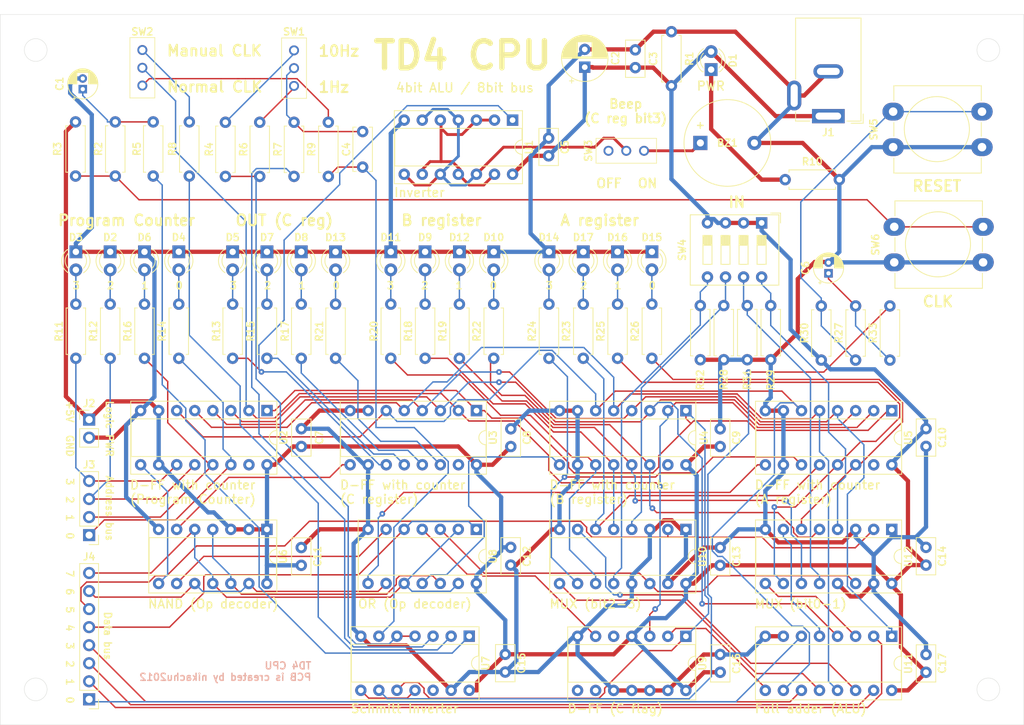
<source format=kicad_pcb>
(kicad_pcb (version 20240108) (generator "pcbnew") (generator_version "8.0")
  (title_block (title "TD4 PCB") (date "2024-08-16") (rev "1") (company "nikatech"))
  (layers (0 "F.Cu" signal) (31 "B.Cu" signal) (34 "B.Paste" user) (35 "F.Paste" user) (36 "B.SilkS" user "B.Silkscreen") (37 "F.SilkS" user "F.Silkscreen") (38 "B.Mask" user) (39 "F.Mask" user) (44 "Edge.Cuts" user))
  (net 0 "")
  (net 1 "GND")
  (net 2 "+5V")
  (net 3 "Net-(BZ1-+)")
  (net 4 "Net-(R7-+)")
  (net 5 "Net-(R27--)")
  (net 6 "Net-(D1-K)")
  (net 7 "Net-(D17-A)")
  (net 8 "Net-(D2-A)")
  (net 9 "Net-(D3-A)")
  (net 10 "Net-(D4-A)")
  (net 11 "Net-(R29-+)")
  (net 12 "Net-(D5-A)")
  (net 13 "Net-(D6-A)")
  (net 14 "Net-(D7-A)")
  (net 15 "Net-(D8-A)")
  (net 16 "Net-(D9-A)")
  (net 17 "Net-(D10-A)")
  (net 18 "/A0")
  (net 19 "/A2")
  (net 20 "Net-(R2--)")
  (net 21 "Net-(R4--)")
  (net 22 "/A1")
  (net 23 "/A3")
  (net 24 "Net-(R5--)")
  (net 25 "Net-(R2-+)")
  (net 26 "Net-(R8--)")
  (net 27 "Net-(D11-A)")
  (net 28 "Net-(D12-A)")
  (net 29 "/PWR, CLK, RESET/10Hz")
  (net 30 "Net-(D13-A)")
  (net 31 "Net-(D14-A)")
  (net 32 "Net-(D15-A)")
  (net 33 "/PWR, CLK, RESET/1Hz")
  (net 34 "Net-(D16-A)")
  (net 35 "CLK")
  (net 36 "DATA 6")
  (net 37 "DATA 4")
  (net 38 "/DATA SELECT 0")
  (net 39 "Net-(R9--)")
  (net 40 "DATA 7")
  (net 41 "/Carry")
  (net 42 "Net-(R7--)")
  (net 43 "/~{LOAD 1}")
  (net 44 "/~{LOAD 0}")
  (net 45 "/~{LOAD 3}")
  (net 46 "/~{LOAD 2}")
  (net 47 "~{RESET}")
  (net 48 "/DATA BUS 2")
  (net 49 "Net-(R9-+)")
  (net 50 "Net-(R17-+)")
  (net 51 "Net-(R18-+)")
  (net 52 "/DATA BUS 0")
  (net 53 "/DATA BUS 3")
  (net 54 "BUZZER")
  (net 55 "/DATA BUS 1")
  (net 56 "Net-(R8-+)")
  (net 57 "Net-(R19-+)")
  (net 58 "Net-(R26-+)")
  (net 59 "Net-(R20-+)")
  (net 60 "Net-(R21-+)")
  (net 61 "DATA 5")
  (net 62 "/SELECTED DATA 0")
  (net 63 "/SELECTED DATA 1")
  (net 64 "/SELECTED DATA 2")
  (net 65 "/SELECTED DATA 3")
  (net 66 "DATA 3")
  (net 67 "DATA 2")
  (net 68 "DATA 1")
  (net 69 "DATA 0")
  (net 70 "Net-(R22-+)")
  (net 71 "Net-(R23-+)")
  (net 72 "Net-(R15-+)")
  (net 73 "Net-(R28-+)")
  (net 74 "Net-(R32-+)")
  (net 75 "Net-(R24-+)")
  (net 76 "Net-(R25-+)")
  (net 77 "Net-(R27-+)")
  (net 78 "Net-(R31-+)")
  (net 79 "Net-(R33--)")
  (net 80 "Net-(SW3-B)")
  (net 81 "Net-(U1-Pad11)")
  (net 86 "Net-(U6-Pad12)")
  (net 87 "Net-(U6-Pad9)")
  (net 89 "Net-(U7-Pad11)")
  (net 92 "Net-(U11-C4)")
  (footprint "LED_THT:LED_D3.0mm" (layer "F.Cu") (at 45.1252 58.403 -90)
    (property "Reference" "D4")
    (property "Value" "LED")
  )
  (footprint "Resistor_THT:R_Axial_DIN0207_L6.3mm_D2.5mm_P7.62mm_Horizontal" (layer "F.Cu") (at 66.162 47.79 90)
    (property "Reference" "R9")
    (property "Value" "100")
  )
  (footprint "LED_THT:LED_D3.0mm" (layer "F.Cu") (at 97.1952 58.408 -90)
    (property "Reference" "D14")
    (property "Value" "LED")
  )
  (footprint "Capacitor_THT:C_Disc_D5.0mm_W2.5mm_P2.50mm" (layer "F.Cu") (at 121.28 102.538 90)
    (property "Reference" "C13")
    (property "Value" "0.1μF")
  )
  (footprint "Connector_PinHeader_2.54mm:PinHeader_1x02_P2.54mm_Vertical" (layer "F.Cu") (at 32.512 82.025)
    (property "Reference" "J2")
    (property "Value" "Power")
  )
  (footprint "SS12D00G3:SS12D00G3" (layer "F.Cu") (at 61.336 32.55 -90)
    (property "Reference" "SW1")
    (property "Value" "SW_SPDT" (hide yes))
  )
  (footprint "Button_Switch_THT:SW_DIP_SPSTx04_Slide_9.78x12.34mm_W7.62mm_P2.54mm" (layer "F.Cu") (at 127.112 54.3365 -90)
    (property "Reference" "SW4")
    (property "Value" "DIP")
  )
  (footprint "Capacitor_THT:C_Disc_D5.0mm_W2.5mm_P2.50mm" (layer "F.Cu") (at 62.362 85.81 90)
    (property "Reference" "C7")
    (property "Value" "0.1μF")
  )
  (footprint "Resistor_THT:R_Axial_DIN0207_L6.3mm_D2.5mm_P7.62mm_Horizontal" (layer "F.Cu") (at 84.5996 73.394 90)
    (property "Reference" "R19")
    (property "Value" "1k")
  )
  (footprint "LED_THT:LED_D3.0mm" (layer "F.Cu") (at 111.6732 58.398 -90)
    (property "Reference" "D15")
    (property "Value" "LED")
  )
  (footprint "Resistor_THT:R_Axial_DIN0207_L6.3mm_D2.5mm_P7.62mm_Horizontal" (layer "F.Cu") (at 130.424 48.248)
    (property "Reference" "R10")
    (property "Value" "1k")
  )
  (footprint "Capacitor_THT:CP_Radial_D6.3mm_P2.50mm" (layer "F.Cu") (at 102.23 32.4124 90)
    (property "Reference" "C2")
    (property "Value" "100μF 16V")
  )
  (footprint "Resistor_THT:R_Axial_DIN0207_L6.3mm_D2.5mm_P7.62mm_Horizontal" (layer "F.Cu") (at 121.788 65.978 -90)
    (property "Reference" "R28")
    (property "Value" "1k")
  )
  (footprint "Resistor_THT:R_Axial_DIN0207_L6.3mm_D2.5mm_P7.62mm_Horizontal" (layer "F.Cu") (at 74.9476 73.394 90)
    (property "Reference" "R20")
    (property "Value" "1k")
  )
  (footprint "SS12D00G3:SS12D00G3" (layer "F.Cu") (at 40 32.5 -90)
    (property "Reference" "SW2")
    (property "Value" "SW_SPDT" (hide yes))
  )
  (footprint "Connector_PinHeader_2.54mm:PinHeader_1x08_P2.54mm_Vertical" (layer "F.Cu") (at 32.512 121.4 180)
    (property "Reference" "J4")
    (property "Value" "DATA")
  )
  (footprint "Capacitor_THT:CP_Radial_D4.0mm_P1.50mm" (layer "F.Cu") (at 136.52 61.432 90)
    (property "Reference" "C6")
    (property "Value" "10μF 16V")
  )
  (footprint "Capacitor_THT:C_Disc_D5.0mm_W2.5mm_P2.50mm" (layer "F.Cu") (at 150.231 102.508 90)
    (property "Reference" "C14")
    (property "Value" "0.1μF")
  )
  (footprint "Resistor_THT:R_Axial_DIN0207_L6.3mm_D2.5mm_P7.62mm_Horizontal" (layer "F.Cu") (at 57.526 73.394 90)
    (property "Reference" "R15")
    (property "Value" "1k")
  )
  (footprint "Capacitor_THT:C_Disc_D5.0mm_W2.5mm_P2.50mm" (layer "F.Cu") (at 121.28 85.82 90)
    (property "Reference" "C9")
    (property "Value" "0.1μF")
  )
  (footprint "Connector_BarrelJack:BarrelJack_GCT_DCJ200-10-A_Horizontal" (layer "F.Cu") (at 136.494 39.308 180)
    (property "Reference" "J1")
    (property "Value" "Jack-DC")
  )
  (footprint "Capacitor_THT:C_Disc_D5.0mm_W2.5mm_P2.50mm" (layer "F.Cu") (at 62.352 102.538 90)
    (property "Reference" "C11")
    (property "Value" "0.1μF")
  )
  (footprint "LED_THT:LED_D3.0mm" (layer "F.Cu") (at 35.4732 58.403 -90)
    (property "Reference" "D2")
    (property "Value" "LED")
  )
  (footprint "Capacitor_THT:C_Disc_D6.0mm_W2.5mm_P5.00mm" (layer "F.Cu") (at 70.988 41.48 -90)
    (property "Reference" "C4")
    (property "Value" "10μF 16V MLCC")
  )
  (footprint "Resistor_THT:R_Axial_DIN0207_L6.3mm_D2.5mm_P7.62mm_Horizontal" (layer "F.Cu") (at 51.684 40.17 -90)
    (property "Reference" "R4")
    (property "Value" "3.3k")
  )
  (footprint "Resistor_THT:R_Axial_DIN0207_L6.3mm_D2.5mm_P7.62mm_Horizontal" (layer "F.Cu") (at 106.8472 73.394 90)
    (property "Reference" "R25")
    (property "Value" "1k")
  )
  (footprint "Resistor_THT:R_Axial_DIN0207_L6.3mm_D2.5mm_P7.62mm_Horizontal" (layer "F.Cu") (at 145.156 73.648 90)
    (property "Reference" "R33")
    (property "Value" "100k")
  )
  (footprint "Resistor_THT:R_Axial_DIN0207_L6.3mm_D2.5mm_P7.62mm_Horizontal" (layer "F.Cu") (at 102.0212 73.394 90)
    (property "Reference" "R23")
    (property "Value" "1k")
  )
  (footprint "LED_THT:LED_D3.0mm" (layer "F.Cu") (at 84.5996 58.403 -90)
    (property "Reference" "D12")
    (property "Value" "LED")
  )
  (footprint "LED_THT:LED_D3.0mm" (layer "F.Cu") (at 74.9476 58.408 -90)
    (property "Reference" "D11")
    (property "Value" "LED")
  )
  (footprint "Package_DIP:DIP-14_W7.62mm_Socket" (layer "F.Cu") (at 85.974 112.51 -90)
    (property "Reference" "U7")
    (property "Value" "74HC14")
  )
  (footprint "LED_THT:LED_D3.0mm" (layer "F.Cu") (at 89.4256 58.408 -90)
    (property "Reference" "D10")
    (property "Value" "LED")
  )
  (footprint "Capacitor_THT:C_Disc_D5.0mm_W2.5mm_P2.50mm" (layer "F.Cu") (at 150.236 83.3 -90)
    (property "Reference" "C10")
    (property "Value" "0.1μF")
  )
  (footprint "LED_THT:LED_D3.0mm" (layer "F.Cu") (at 57.526 58.408 -90)
    (property "Reference" "D7")
    (property "Value" "LED")
  )
  (footprint "Resistor_THT:R_Axial_DIN0207_L6.3mm_D2.5mm_P7.62mm_Horizontal" (layer "F.Cu") (at 125.09 65.978 -90)
    (property "Reference" "R31")
    (property "Value" "1k")
  )
  (footprint "Resistor_THT:R_Axial_DIN0207_L6.3mm_D2.5mm_P7.62mm_Horizontal" (layer "F.Cu") (at 36.19 47.74 90)
    (property "Reference" "R2")
    (property "Value" "10k")
  )
  (footprint "Resistor_THT:R_Axial_DIN0207_L6.3mm_D2.5mm_P7.62mm_Horizontal" (layer "F.Cu") (at 52.7 73.394 90)
    (property "Reference" "R13")
    (property "Value" "1k")
  )
  (footprint "Resistor_THT:R_Axial_DIN0207_L6.3mm_D2.5mm_P7.62mm_Horizontal" (layer "F.Cu") (at 30.6472 73.394 90)
    (property "Reference" "R11")
    (property "Value" "1k")
  )
  (footprint "Capacitor_THT:C_Disc_D5.0mm_W2.5mm_P2.50mm" (layer "F.Cu") (at 150.236 117.59 90)
    (property "Reference" "C17")
    (property "Value" "0.1μF")
  )
  (footprint "Package_DIP:DIP-16_W7.62mm_Socket" (layer "F.Cu") (at 145.41 112.52 -90)
    (property "Reference" "U11")
    (property "Value" "74HC283")
  )
  (footprint "Resistor_THT:R_Axial_DIN0207_L6.3mm_D2.5mm_P7.62mm_Horizontal" (layer "F.Cu") (at 45.1252 73.394 90)
    (property "Reference" "R14")
    (property "Value" "1k")
  )
  (footprint "LED_THT:LED_D3.0mm" (layer "F.Cu") (at 120.01 32.759 90)
    (property "Reference" "D1")
    (property "Value" "LED")
  )
  (footprint "Button_Switch_THT:SW_PUSH-12mm_Wuerth-430476085716" (layer "F.Cu") (at 158.11 43.676 180)
    (property "Reference" "SW5")
    (property "Value" "Reset SW")
  )
  (footprint "Resistor_THT:R_Axial_DIN0207_L6.3mm_D2.5mm_P7.62mm_Horizontal" (layer "F.Cu") (at 67.178 73.394 90)
    (property "Reference" "R21")
    (property "Value" "1k")
  )
  (footprint "Resistor_THT:R_Axial_DIN0207_L6.3mm_D2.5mm_P7.62mm_Horizontal" (layer "F.Cu") (at 135.504 73.648 90)
    (property "Reference" "R30")
    (property "Value" "1k")
  )
  (footprint "Resistor_THT:R_Axial_DIN0207_L6.3mm_D2.5mm_P7.62mm_Horizontal" (layer "F.Cu") (at 89.4256 73.394 90)
    (property "Reference" "R22")
    (property "Value" "1k")
  )
  (footprint "Resistor_THT:R_Axial_DIN0207_L6.3mm_D2.5mm_P7.62mm_Horizontal" (layer "F.Cu") (at 41.524 40.12 -90)
    (property "Reference" "R5")
    (property "Value" "100k")
  )
  (footprint "Resistor_THT:R_Axial_DIN0207_L6.3mm_D2.5mm_P7.62mm_Horizontal" (layer "F.Cu") (at 140.33 73.648 90)
    (property "Reference" "R27")
    (property "Value" "100k")
  )
  (footprint "LED_THT:LED_D3.0mm" (layer "F.Cu") (at 102.0212 58.408 -90)
    (property "Reference" "D17")
    (property "Value" "LED")
  )
  (footprint "Resistor_THT:R_Axial_DIN0207_L6.3mm_D2.5mm_P7.62mm_Horizontal" (layer "F.Cu") (at 128.392 65.978 -90)
    (property "Reference" "R29")
    (property "Value" "1k")
  )
  (footprint "Package_DIP:DIP-16_W7.62mm_Socket" (layer "F.Cu") (at 116.464 97.488 -90)
    (property "Reference" "U10")
    (property "Value" "74HC153")
  )
  (footprint "LED_THT:LED_D3.0mm" (layer "F.Cu") (at 79.7736 58.403 -90)
    (property "Reference" "D9")
    (property "Value" "LED")
  )
  (footprint "Package_DIP:DIP-14_W7.62mm_Socket" (layer "F.Cu") (at 86.985 97.468 -90)
    (property "Reference" "U8")
    (property "Value" "74HC32")
  )
  (footprint "Package_DIP:DIP-16_W7.62mm_Socket" (layer "F.Cu") (at 87.0044 80.76 -90)
    (property "Reference" "U3")
    (property "Value" "74HC161")
  )
  (footprint "Package_DIP:DIP-16_W7.62mm_Socket" (layer "F.Cu") (at 145.42 80.77 -90)
    (property "Reference" "U5")
    (property "Value" "74HC161")
  )
  (footprint "LED_THT:LED_D3.0mm" (layer "F.Cu") (at 30.6472 58.408 -90)
    (property "Reference" "D3")
    (property "Value" "LED")
  )
  (footprint "LED_THT:LED_D3.0mm" (layer "F.Cu") (at 40.2992 58.403 -90)
    (property "Reference" "D6")
    (property "Value" "LED")
  )
  (footprint "Resistor_THT:R_Axial_DIN0207_L6.3mm_D2.5mm_P7.62mm_Horizontal" (layer "F.Cu") (at 118.486 65.978 -90)
    (property "Reference" "R32")
    (property "Value" "1k")
  )
  (footprint "Capacitor_THT:C_Disc_D5.0mm_W2.5mm_P2.50mm" (layer "F.Cu") (at 91.811 100.008 -90)
    (property "Reference" "C12")
    (property "Value" "0.1μF")
  )
  (footprint "Button_Switch_THT:SW_PUSH-12mm_Wuerth-430476085716" (layer "F.Cu") (at 158.264 59.892 180)
    (property "Reference" "SW6")
    (property "Value" "Manual CLK")
  )
  (footprint "Capacitor_THT:CP_Radial_D4.0mm_P1.50mm" (layer "F.Cu") (at 31.618 35.5086 90)
    (property "Reference" "C1")
    (property "Value" "10μF 16V")
  )
  (footprint "Package_DIP:DIP-14_W7.62mm_Socket" (layer "F.Cu") (at 92.075 39.866 -90)
    (property "Reference" "U1")
    (property "Value" "74HC04")
  )
  (footprint "Capacitor_THT:C_Disc_D5.0mm_W2.5mm_P2.50mm" (layer "F.Cu") (at 91.8304 85.82 90)
    (property "Reference" "C8")
    (property "Value" "0.1μF")
  )
  (footprint "Resistor_THT:R_Axial_DIN0207_L6.3mm_D2.5mm_P7.62mm_Horizontal" (layer "F.Cu") (at 97.1952 73.394 90)
    (property "Reference" "R24")
    (property "Value" "1k")
  )
  (footprint "Resistor_THT:R_Axial_DIN0207_L6.3mm_D2.5mm_P7.62mm_Horizontal" (layer "F.Cu") (at 79.7736 73.394 90)
    (property "Reference" "R18")
    (property "Value" "1k")
  )
  (footprint "Resistor_THT:R_Axial_DIN0207_L6.3mm_D2.5mm_P7.62mm_Horizontal" (layer "F.Cu") (at 56.51 40.17 -90)
    (property "Reference" "R6")
    (property "Value" "33k")
  )
  (footprint "Buzzer_Beeper:Buzzer_12x9.5RM7.6" (layer "F.Cu") (at 118.496 43.0804)
    (property "Reference" "BZ1")
    (property "Value" "Beep Buzzer")
  )
  (footprint "Capacitor_THT:C_Disc_D5.0mm_W2.5mm_P2.50mm" (layer "F.Cu") (at 91.049 115.06 -90)
    (property "Reference" "C15")
    (property "Value" "0.1μF")
  )
  (footprint "Resistor_THT:R_Axial_DIN0207_L6.3mm_D2.5mm_P7.62mm_Horizontal" (layer "F.Cu") (at 114.422 35.04 90)
    (property "Reference" "R1")
    (property "Value" "1k")
  )
  (footprint "Resistor_THT:R_Axial_DIN0207_L6.3mm_D2.5mm_P7.62mm_Horizontal" (layer "F.Cu") (at 35.4732 73.394 90)
    (property "Reference" "R12")
    (property "Value" "1k")
  )
  (footprint "LED_THT:LED_D3.0mm" (layer "F.Cu") (at 106.8472 58.408 -90)
    (property "Reference" "D16")
    (property "Value" "LED")
  )
  (footprint "Resistor_THT:R_Axial_DIN0207_L6.3mm_D2.5mm_P7.62mm_Horizontal" (layer "F.Cu") (at 40.2992 73.394 90)
    (property "Reference" "R16")
    (property "Value" "1k")
  )
  (footprint "LED_THT:LED_D3.0mm" (layer "F.Cu") (at 52.7 58.408 -90)
    (property "Reference" "D5")
    (property "Value" "LED")
  )
  (footprint "LED_THT:LED_D3.0mm" (layer "F.Cu") (at 62.352 58.408 -90)
    (property "Reference" "D8")
    (property "Value" "LED")
  )
  (footprint "Package_DIP:DIP-14_W7.62mm_Socket" (layer "F.Cu") (at 116.459 112.53 -90)
    (property "Reference" "U9")
    (property "Value" "74HC74")
  )
  (footprint "Package_DIP:DIP-16_W7.62mm_Socket" (layer "F.Cu") (at 57.536 80.76 -90)
    (property "Reference" "U2")
    (property "Value" "74HC161")
  )
  (footprint "Capacitor_THT:C_Disc_D5.0mm_W2.5mm_P2.50mm" (layer "F.Cu") (at 121.285 117.59 90)
    (property "Reference" "C16")
    (property "Value" "0.1μF")
  )
  (footprint "Resistor_THT:R_Axial_DIN0207_L6.3mm_D2.5mm_P7.62mm_Horizontal" (layer "F.Cu") (at 30.602 40.12 -90)
    (property "Reference" "R3")
    (property "Value" "1k")
  )
  (footprint "Package_DIP:DIP-16_W7.62mm_Socket" (layer "F.Cu") (at 145.415 97.478 -90)
    (property "Reference" "U12")
    (property "Value" "74HC153")
  )
  (footprint "Resistor_THT:R_Axial_DIN0207_L6.3mm_D2.5mm_P7.62mm_Horizontal" (layer "F.Cu") (at 62.352 73.394 90)
    (property "Reference" "R17")
    (property "Value" "1k")
  )
  (footprint "Capacitor_THT:C_Disc_D5.0mm_W2.5mm_P2.50mm" (layer "F.Cu") (at 109.342 32.48 90)
    (property "Reference" "C3")
    (property "Value" "0.1μF")
  )
  (footprint "Resistor_THT:R_Axial_DIN0207_L6.3mm_D2.5mm_P7.62mm_Horizontal" (layer "F.Cu") (at 111.6732 73.394 90)
    (property "Reference" "R26")
    (property "Value" "1k")
  )
  (footprint "Package_DIP:DIP-14_W7.62mm_Socket" (layer "F.Cu") (at 57.526 97.478 -90)
    (property "Reference" "U6")
    (property "Value" "74HC10")
  )
  (footprint "Resistor_THT:R_Axial_DIN0207_L6.3mm_D2.5mm_P7.62mm_Horizontal" (layer "F.Cu") (at 61.336 40.17 -90)
    (property "Reference" "R7")
    (property "Value" "100k")
  )
  (footprint "Resistor_THT:R_Axial_DIN0207_L6.3mm_D2.5mm_P7.62mm_Horizontal" (layer "F.Cu") (at 46.604 47.74 90)
    (property "Reference" "R8")
    (property "Value" "100")
  )
  (footprint "LED_THT:LED_D3.0mm" (layer "F.Cu") (at 67.178 58.408 -90)
    (property "Reference" "D13")
    (property "Value" "LED")
  )
  (footprint "Capacitor_THT:C_Disc_D5.0mm_W2.5mm_P2.50mm" (layer "F.Cu") (at 97.15 44.896 90)
    (property "Reference" "C5")
    (property "Value" "0.1μF")
  )
  (footprint "SS12D00G3:SS12D00G3" (layer "F.Cu") (at 108.072 44.184 180)
    (property "Reference" "SW3")
    (property "Value" "Beep Toggle" (hide yes))
  )
  (footprint "Package_DIP:DIP-16_W7.62mm_Socket" (layer "F.Cu") (at 116.464 80.77 -90)
    (property "Reference" "U4")
    (property "Value" "74HC161")
  )
  (footprint "Connector_PinHeader_2.54mm:PinHeader_1x04_P2.54mm_Vertical" (layer "F.Cu") (at 32.512 98.286 180)
    (property "Reference" "J3")
    (property "Value" "ADDRESS")
  )
  (gr_circle (center 159 30) (end 160.6 30) (stroke (width 0.05)) (fill none) (layer "Edge.Cuts"))
  (gr_circle (center 159 120) (end 160.6 120) (stroke (width 0.05)) (fill none) (layer "Edge.Cuts"))
  (gr_rect (start 20 25) (end 164 125) (stroke (width 0.05)) (fill none) (layer "Edge.Cuts"))
  (gr_circle (center 25 120) (end 26.6 120) (stroke (width 0.05)) (fill none) (layer "Edge.Cuts"))
  (gr_circle (center 25 30) (end 26.6 30) (stroke (width 0.05)) (fill none) (layer "Edge.Cuts"))
  (gr_text "TD4 CPU\nPCB is created by nikachu2012" (at 63.876 118.86 0) (layer "B.SilkS") (effects (font (size 1 1) (thickness 0.2) (bold yes)) (justify left bottom mirror)))
  (gr_text "1\n" (at 29.21 118.352 270) (layer "F.SilkS") (effects (font (size 1 1) (thickness 0.2) (bold yes)) (justify left bottom)))
  (gr_text "Manual CLK" (at 43.302 30.976 0) (layer "F.SilkS") (effects (font (size 1.5 1.5) (thickness 0.3) (bold yes)) (justify left bottom)))
  (gr_text "OUT (C reg)" (at 52.954 54.852 0) (layer "F.SilkS") (effects (font (size 1.5 1.5) (thickness 0.3) (bold yes)) (justify left bottom)))
  (gr_text "4bit ALU / 8bit bus" (at 75.56 36.056 0) (layer "F.SilkS") (effects (font (size 1.27 1.27) (thickness 0.2)) (justify left bottom)))
  (gr_text "5" (at 29.21 108.192 270) (layer "F.SilkS") (effects (font (size 1 1) (thickness 0.2) (bold yes)) (justify left bottom)))
  (gr_text "PWR\n" (at 117.870715 35.802 0) (layer "F.SilkS") (effects (font (size 1.25 1.25) (thickness 0.2)) (justify left bottom)))
  (gr_text "3" (at 74.29 63.742 0) (layer "F.SilkS") (effects (font (size 1 1) (thickness 0.2) (bold yes)) (justify left bottom)))
  (gr_text "GND" (at 29.21 84.062 270) (layer "F.SilkS") (effects (font (size 1 1) (thickness 0.2) (bold yes)) (justify left bottom)))
  (gr_text "D-FF with counter\n(A register)" (at 126.026 93.968 0) (layer "F.SilkS") (effects (font (size 1.25 1.25) (thickness 0.2)) (justify left bottom)))
  (gr_text "CLK" (at 149.606857 66.282 0) (layer "F.SilkS") (effects (font (size 1.5 1.5) (thickness 0.3) (bold yes)) (justify left bottom)))
  (gr_text "0" (at 66.67 63.742 0) (layer "F.SilkS") (effects (font (size 1 1) (thickness 0.2) (bold yes)) (justify left bottom)))
  (gr_text "1" (at 83.942 63.742 0) (layer "F.SilkS") (effects (font (size 1 1) (thickness 0.2) (bold yes)) (justify left bottom)))
  (gr_text "Inverter" (at 75.306 50.788 0) (layer "F.SilkS") (effects (font (size 1.25 1.25) (thickness 0.2)) (justify left bottom)))
  (gr_text "MUX (bit0-1)" (at 126.021 108.7 0) (layer "F.SilkS") (effects (font (size 1.25 1.25) (thickness 0.2)) (justify left bottom)))
  (gr_text "Program Counter" (at 27.979096 54.852 0) (layer "F.SilkS") (effects (font (size 1.5 1.5) (thickness 0.3) (bold yes)) (justify left bottom)))
  (gr_text "3" (at 52.192 63.742 0) (layer "F.SilkS") (effects (font (size 1 1) (thickness 0.2) (bold yes)) (justify left bottom)))
  (gr_text "0" (at 44.572 63.742 0) (layer "F.SilkS") (effects (font (size 1 1) (thickness 0.2) (bold yes)) (justify left bottom)))
  (gr_text "RESET" (at 148.167143 50.026 0) (layer "F.SilkS") (effects (font (size 1.5 1.5) (thickness 0.3) (bold yes)) (justify left bottom)))
  (gr_text "IN\n" (at 122.286 52.3045 0) (layer "F.SilkS") (effects (font (size 1.5 1.5) (thickness 0.3) (bold yes)) (justify left bottom)))
  (gr_text "D-FF with counter\n(B register)" (at 97.15 93.968 0) (layer "F.SilkS") (effects (font (size 1.25 1.25) (thickness 0.2)) (justify left bottom)))
  (gr_text "0" (at 29.21 97.788 270) (layer "F.SilkS") (effects (font (size 1 1) (thickness 0.2) (bold yes)) (justify left bottom)))
  (gr_text "Schmitt Inverter" (at 69.21 123.432 0) (layer "F.SilkS") (effects (font (size 1.25 1.25) (thickness 0.2)) (justify left bottom)))
  (gr_text "4" (at 29.21 110.732 270) (layer "F.SilkS") (effects (font (size 1 1) (thickness 0.2) (bold yes)) (justify left bottom)))
  (gr_text "+5V" (at 29.21 79.236 270) (layer "F.SilkS") (effects (font (size 1 1) (thickness 0.2) (bold yes)) (justify left bottom)))
  (gr_text "Beep\n(C reg bit3)" (at 107.992 40.374 0) (layer "F.SilkS") (effects (font (size 1.27 1.27) (thickness 0.254) (bold yes)) (justify bottom)))
  (gr_text "3" (at 96.642 63.742 0) (layer "F.SilkS") (effects (font (size 1 1) (thickness 0.2) (bold yes)) (justify left bottom)))
  (gr_text "TD4 CPU" (at 72.109833 33.008 0) (layer "F.SilkS") (effects (font (size 3.81 3.81) (thickness 0.762) (bold yes)) (justify left bottom)))
  (gr_text "1" (at 106.294 63.742 0) (layer "F.SilkS") (effects (font (size 1 1) (thickness 0.2) (bold yes)) (justify left bottom)))
  (gr_text "0" (at 29.21 120.892 270) (layer "F.SilkS") (effects (font (size 1 1) (thickness 0.2) (bold yes)) (justify left bottom)))
  (gr_text "1" (at 39.746 63.742 0) (layer "F.SilkS") (effects (font (size 1 1) (thickness 0.2) (bold yes)) (justify left bottom)))
  (gr_text "1" (at 61.844 63.742 0) (layer "F.SilkS") (effects (font (size 1 1) (thickness 0.2) (bold yes)) (justify left bottom)))
  (gr_text "Normal CLK\n" (at 43.302 36.056 0) (layer "F.SilkS") (effects (font (size 1.5 1.5) (thickness 0.3) (bold yes)) (justify left bottom)))
  (gr_text "10Hz" (at 64.638 31.026 0) (layer "F.SilkS") (effects (font (size 1.5 1.5) (thickness 0.3) (bold yes)) (justify left bottom)))
  (gr_text "Logic PWR" (at 34.798 79.246429 270) (layer "F.SilkS") (effects (font (size 1 1) (thickness 0.2) (bold yes)) (justify left bottom)))
  (gr_text "2" (at 29.21 115.812 270) (layer "F.SilkS") (effects (font (size 1 1) (thickness 0.2) (bold yes)) (justify left bottom)))
  (gr_text "2" (at 29.21 92.708 270) (layer "F.SilkS") (effects (font (size 1 1) (thickness 0.2) (bold yes)) (justify left bottom)))
  (gr_text "0" (at 88.768 63.742 0) (layer "F.SilkS") (effects (font (size 1 1) (thickness 0.2) (bold yes)) (justify left bottom)))
  (gr_text "1" (at 29.21 95.248 270) (layer "F.SilkS") (effects (font (size 1 1) (thickness 0.2) (bold yes)) (justify left bottom)))
  (gr_text "1Hz\n" (at 64.638 36.106 0) (layer "F.SilkS") (effects (font (size 1.5 1.5) (thickness 0.3) (bold yes)) (justify left bottom)))
  (gr_text "Data bus" (at 34.544 108.954 270) (layer "F.SilkS") (effects (font (size 1 1) (thickness 0.2) (bold yes)) (justify left bottom)))
  (gr_text "D-FF with counter\n(Program Counter)" (at 38.142 93.968 0) (layer "F.SilkS") (effects (font (size 1.25 1.25) (thickness 0.2) (bold yes)) (justify left bottom)))
  (gr_text "3" (at 30.094 63.742 0) (layer "F.SilkS") (effects (font (size 1 1) (thickness 0.2) (bold yes)) (justify left bottom)))
  (gr_text "2" (at 57.018 63.742 0) (layer "F.SilkS") (effects (font (size 1 1) (thickness 0.2) (bold yes)) (justify left bottom)))
  (gr_text "OR (Op decoder)" (at 70.226 108.7 0) (layer "F.SilkS") (effects (font (size 1.25 1.25) (thickness 0.2) (bold yes)) (justify left bottom)))
  (gr_text "Address bus" (at 34.798 89.78957 270) (layer "F.SilkS") (effects (font (size 1 1) (thickness 0.2) (bold yes)) (justify left bottom)))
  (gr_text "2" (at 34.92 63.742 0) (layer "F.SilkS") (effects (font (size 1 1) (thickness 0.2) (bold yes)) (justify left bottom)))
  (gr_text "A register" (at 98.634239 54.852 0) (layer "F.SilkS") (effects (font (size 1.5 1.5) (thickness 0.3) (bold yes)) (justify left bottom)))
  (gr_text "3\n" (at 29.21 113.272 270) (layer "F.SilkS") (effects (font (size 1 1) (thickness 0.2) (bold yes)) (justify left bottom)))
  (gr_text "7" (at 29.21 103.112 270) (layer "F.SilkS") (effects (font (size 1 1) (thickness 0.2) (bold yes)) (justify left bottom)))
  (gr_text "2" (at 101.468 63.742 0) (layer "F.SilkS") (effects (font (size 1 1) (thickness 0.2) (bold yes)) (justify left bottom)))
  (gr_text "NAND (Op decoder)" (at 40.677 108.7 0) (layer "F.SilkS") (effects (font (size 1.25 1.25) (thickness 0.2)) (justify left bottom)))
  (gr_text "ON" (at 109.556 49.518 0) (layer "F.SilkS") (effects (font (size 1.27 1.27) (thickness 0.254) (bold yes)) (justify left bottom)))
  (gr_text "OFF" (at 103.714 49.518 0) (layer "F.SilkS") (effects (font (size 1.27 1.27) (thickness 0.254) (bold yes)) (justify left bottom)))
  (gr_text "B register" (at 76.279477 54.852 0) (layer "F.SilkS") (effects (font (size 1.5 1.5) (thickness 0.3) (bold yes)) (justify left bottom)))
  (gr_text "D-FF (C flag)" (at 99.69 123.432 0) (layer "F.SilkS") (effects (font (size 1.25 1.25) (thickness 0.2)) (justify left bottom)))
  (gr_text "D-FF with counter\n(C register)" (at 67.686 93.968 0) (layer "F.SilkS") (effects (font (size 1.25 1.25) (thickness 0.2) (bold yes)) (justify left bottom)))
  (gr_text "3" (at 29.21 90.168 270) (layer "F.SilkS") (effects (font (size 1 1) (thickness 0.2) (bold yes)) (justify left bottom)))
  (gr_text "0" (at 111.12 63.742 0) (layer "F.SilkS") (effects (font (size 1 1) (thickness 0.2) (bold yes)) (justify left bottom)))
  (gr_text "Full adder (ALU)" (at 126.026 123.432 0) (layer "F.SilkS") (effects (font (size 1.25 1.25) (thickness 0.2)) (justify left bottom)))
  (gr_text "6" (at 29.21 105.652 270) (layer "F.SilkS") (effects (font (size 1 1) (thickness 0.2) (bold yes)) (justify left bottom)))
  (gr_text "MUX (bit2-3)" (at 97.15 108.7 0) (layer "F.SilkS") (effects (font (size 1.25 1.25) (thickness 0.2)) (justify left bottom)))
  (gr_text "2" (at 79.116 63.742 0) (layer "F.SilkS") (effects (font (size 1 1) (thickness 0.2) (bold yes)) (justify left bottom)))
  (segment (start 108.0573 58.398) (end 108.0473 58.408) (width 0.6) (layer "F.Cu") (net 1))
  (segment (start 106.8472 58.408) (end 108.0473 58.408) (width 0.6) (layer "F.Cu") (net 1))
  (segment (start 91.811 102.508) (end 92.5639 102.508) (width 0.6) (layer "F.Cu") (net 1))
  (segment (start 78.5735 58.403) (end 78.5685 58.408) (width 0.6) (layer "F.Cu") (net 1))
  (segment (start 98.684 80.77) (end 101.224 80.77) (width 0.6) (layer "F.Cu") (net 1))
  (segment (start 132.202 69.788) (end 128.392 73.598) (width 0.6) (layer "F.Cu") (net 1))
  (segment (start 111.902 27.42) (end 114.422 27.42) (width 0.6) (layer "F.Cu") (net 1))
  (segment (start 127.64 80.77) (end 130.18 80.77) (width 0.6) (layer "F.Cu") (net 1))
  (segment (start 64.912 80.76) (end 69.2244 80.76) (width 0.6) (layer "F.Cu") (net 1))
  (segment (start 118.486 73.598) (end 121.788 73.598) (width 0.6) (layer "F.Cu") (net 1))
  (segment (start 71.7644 80.76) (end 69.2244 80.76) (width 0.6) (layer "F.Cu") (net 1))
  (segment (start 111.379 120.15) (end 113.919 120.15) (width 0.6) (layer "F.Cu") (net 1))
  (segment (start 121.28 100.038) (end 118.994 100.038) (width 0.6) (layer "F.Cu") (net 1))
  (segment (start 64.922 97.468) (end 71.745 97.468) (width 0.6) (layer "F.Cu") (net 1))
  (segment (start 32.512 84.565) (end 35.951 84.565) (width 0.6) (layer "F.Cu") (net 1))
  (segment (start 141.051 106.922) (end 139.619 106.922) (width 0.6) (layer "F.Cu") (net 1))
  (segment (start 139.619 106.922) (end 137.795 105.098) (width 0.6) (layer "F.Cu") (net 1))
  (segment (start 84.5996 58.403) (end 85.7997 58.403) (width 0.6) (layer "F.Cu") (net 1))
  (segment (start 70.734 112.51) (end 72.034 113.81) (width 0.6) (layer "F.Cu") (net 1))
  (segment (start 77.114 113.81) (end 83.434 120.13) (width 0.6) (layer "F.Cu") (net 1))
  (segment (start 121.285 115.09) (end 118.979 115.09) (width 0.6) (layer "F.Cu") (net 1))
  (segment (start 132.8764 43.0804) (end 126.096 43.0804) (width 0.6) (layer "F.Cu") (net 1))
  (segment (start 34.2681 58.408) (end 34.2731 58.403) (width 0.6) (layer "F.Cu") (net 1))
  (segment (start 118.979 115.09) (end 113.919 120.15) (width 0.6) (layer "F.Cu") (net 1))
  (segment (start 138.044 48.248) (end 132.8764 43.0804) (width 0.6) (layer "F.Cu") (net 1))
  (segment (start 67.178 58.403) (end 68.3781 58.403) (width 0.6) (layer "F.Cu") (net 1))
  (segment (start 85.8047 58.408) (end 85.7997 58.403) (width 0.6) (layer "F.Cu") (net 1))
  (segment (start 138.511 99.302) (end 129.459 99.302) (width 0.6) (layer "F.Cu") (net 1))
  (segment (start 142.875 105.098) (end 141.051 106.922) (width 0.6) (layer "F.Cu") (net 1))
  (segment (start 62.352 100.038) (end 64.922 97.468) (width 0.6) (layer "F.Cu") (net 1))
  (segment (start 115.762478 97.488) (end 114.462478 96.188) (width 0.6) (layer "F.Cu") (net 1))
  (segment (start 132.202 62.218) (end 132.202 69.788) (width 0.6) (layer "F.Cu") (net 1))
  (segment (start 79.7736 58.403) (end 78.5735 58.403) (width 0.6) (layer "F.Cu") (net 1))
  (segment (start 111.379 120.15) (end 108.839 120.15) (width 0.6) (layer "F.Cu") (net 1))
  (segment (start 108.839 120.15) (end 106.299 120.15) (width 0.6) (layer "F.Cu") (net 1))
  (segment (start 78.5685 58.408) (end 74.9476 58.408) (width 0.6) (layer "F.Cu") (net 1))
  (segment (start 40.2992 58.403) (end 45.1252 58.403) (width 0.6) (layer "F.Cu") (net 1))
  (segment (start 113.385522 96.188) (end 112.085522 97.488) (width 0.6) (layer "F.Cu") (net 1))
  (segment (start 140.335 97.478) (end 138.511 99.302) (width 0.6) (layer "F.Cu") (net 1))
  (segment (start 72.034 113.81) (end 77.114 113.81) (width 0.6) (layer "F.Cu") (net 1))
  (segment (start 114.462478 96.188) (end 113.385522 96.188) (width 0.6) (layer "F.Cu") (net 1))
  (segment (start 102.0212 58.408) (end 97.1952 58.408) (width 0.6) (layer "F.Cu") (net 1))
  (segment (start 109.342 29.98) (end 111.902 27.42) (width 0.6) (layer "F.Cu") (net 1))
  (segment (start 118.994 100.038) (end 113.924 105.108) (width 0.6) (layer "F.Cu") (net 1))
  (segment (start 127.63 112.52) (end 130.17 112.52) (width 0.6) (layer "F.Cu") (net 1))
  (segment (start 68.3831 58.408) (end 68.3781 58.403) (width 0.6) (layer "F.Cu") (net 1))
  (segment (start 35.4732 58.403) (end 40.2992 58.403) (width 0.6) (layer "F.Cu") (net 1))
  (segment (start 52.954 58.403) (end 45.1252 58.403) (width 0.6) (layer "F.Cu") (net 1))
  (segment (start 111.6732 58.398) (end 108.0573 58.398) (width 0.6) (layer "F.Cu") (net 1))
  (segment (start 62.352 58.403) (end 57.526 58.403) (width 0.6) (layer "F.Cu") (net 1))
  (segment (start 35.4732 58.403) (end 34.2731 58.403) (width 0.6) (layer "F.Cu") (net 1))
  (segment (start 129.459 99.302) (end 127.635 97.478) (width 0.6) (layer "F.Cu") (net 1))
  (segment (start 35.951 84.565) (end 39.756 80.76) (width 0.6) (layer "F.Cu") (net 1))
  (segment (start 102.23 29.9124) (end 109.2744 29.9124) (width 0.6) (layer "F.Cu") (net 1))
  (segment (start 92.5639 102.508) (end 97.5839 97.488) (width 0.6) (layer "F.Cu") (net 1))
  (segment (start 89.4256 58.408) (end 85.8047 58.408) (width 0.6) (layer "F.Cu") (net 1))
  (segment (start 57.526 58.403) (end 52.954 58.403) (width 0.6) (layer "F.Cu") (net 1))
  (segment (start 128.392 73.598) (end 125.09 73.598) (width 0.6) (layer "F.Cu") (net 1))
  (segment (start 112.085522 97.488) (end 111.384 97.488) (width 0.6) (layer "F.Cu") (net 1))
  (segment (start 123.4139 27.42) (end 131.694 35.7001) (width 0.6) (layer "F.Cu") (net 1))
  (segment (start 131.694 35.7001) (end 131.694 36.408) (width 0.6) (layer "F.Cu") (net 1))
  (segment (start 131.694 36.408) (end 133.094 36.408) (width 0.6) (layer "F.Cu") (net 1))
  (segment (start 123.4139 27.42) (end 114.422 27.42) (width 0.6) (layer "F.Cu") (net 1))
  (segment (start 116.464 97.488) (end 115.762478 97.488) (width 0.6) (layer "F.Cu") (net 1))
  (segment (start 106.8472 58.408) (end 102.0212 58.408) (width 0.6) (layer "F.Cu") (net 1))
  (segment (start 74.9476 58.408) (end 68.3831 58.408) (width 0.6) (layer "F.Cu") (net 1))
  (segment (start 136.52 59.832) (end 134.588 59.832) (width 0.6) (layer "F.Cu") (net 1))
  (segment (start 62.362 83.31) (end 64.912 80.76) (width 0.6) (layer "F.Cu") (net 1))
  (segment (start 133.094 36.408) (end 136.494 33.008) (width 0.6) (layer "F.Cu") (net 1))
  (segment (start 62.352 58.403) (end 67.178 58.403) (width 0.6) (layer "F.Cu") (net 1))
  (segment (start 109.2744 29.9124) (end 109.342 29.98) (width 0.6) (layer "F.Cu") (net 1))
  (segment (start 134.588 59.832) (end 132.202 62.218) (width 0.6) (layer "F.Cu") (net 1))
  (segment (start 30.6472 58.408) (end 34.2681 58.408) (width 0.6) (layer "F.Cu") (net 1))
  (segment (start 79.7736 58.403) (end 84.5996 58.403) (width 0.6) (layer "F.Cu") (net 1))
  (segment (start 98.684 97.488) (end 97.5839 97.488) (width 0.6) (layer "F.Cu") (net 1))
  (segment (start 71.745 89.4995) (end 71.745 97.468) (width 0.6) (layer "B.Cu") (net 1))
  (segment (start 71.7644 88.93) (end 66.1444 83.31) (width 0.6) (layer "B.Cu") (net 1))
  (segment (start 94.3804 80.77) (end 91.8304 83.32) (width 0.6) (layer "B.Cu") (net 1))
  (segment (start 130.18 88.39) (end 130.18 89.4901) (width 0.6) (layer "B.Cu") (net 1))
  (segment (start 97.15 42.396) (end 94.61 44.936) (width 0.6) (layer "B.Cu") (net 1))
  (segment (start 145.764 59.892) (end 136.56 59.892) (width 0.6) (layer "B.Cu") (net 1))
  (segment (start 145.415 97.478) (end 145.415 98.5781) (width 0.6) (layer "B.Cu") (net 1))
  (segment (start 102.23 29.9124) (end 97.15 34.9924) (width 0.6) (layer "B.Cu") (net 1))
  (segment (start 123.84 97.478) (end 121.28 100.038) (width 0.6) (layer "B.Cu") (net 1))
  (segment (start 101.219 112.53) (end 100.726 112.53) (width 0.6) (layer "B.Cu") (net 1))
  (segment (start 94.61 55.8228) (end 97.1952 58.408) (width 0.6) (layer "B.Cu") (net 1))
  (segment (start 125.06 115.09) (end 127.63 112.52) (width 0.6) (layer "B.Cu") (net 1))
  (segment (start 140.3351 98.5781) (end 142.875 101.118) (width 0.6) (layer "B.Cu") (net 1))
  (segment (start 41.6992 59.803) (end 40.2992 58.403) (width 0.6) (layer "B.Cu") (net 1))
  (segment (start 131.694 37.4824) (end 126.096 43.0804) (width 0.6) (layer "B.Cu") (net 1))
  (segment (start 111.384 101.4679) (end 111.384 97.488) (width 0.6) (layer "B.Cu") (net 1))
  (segment (start 41.6992 78.8168) (end 41.6992 59.803) (width 0.6) (layer "B.Cu") (net 1))
  (segment (start 108.844 107.238453) (end 107.878453 108.204) (width 0.6) (layer "B.Cu") (net 1))
  (segment (start 98.684 97.488) (end 98.684 92.832) (width 0.6) (layer "B.Cu") (net 1))
  (segment (start 127.635 97.478) (end 123.84 97.478) (width 0.6) (layer "B.Cu") (net 1))
  (segment (start 142.875 105.098) (end 142.875 106.1981) (width 0.6) (layer "B.Cu") (net 1))
  (segment (start 150.236 85.8) (end 150.236 97.1432) (width 0.6) (layer "B.Cu") (net 1))
  (segment (start 30.6174 34.0086) (end 31.618 34.0086) (width 0.6) (layer "B.Cu") (net 1))
  (segment (start 138.044 48.248) (end 138.044 58.408) (width 0.6) (layer "B.Cu") (net 1))
  (segment (start 140.335 98.5781) (end 140.3351 98.5781) (width 0.6) (layer "B.Cu") (net 1))
  (segment (start 100.726 112.53) (end 95.696 117.56) (width 0.6) (layer "B.Cu") (net 1))
  (segment (start 37.714 92.906) (end 42.286 97.478) (width 0.6) (layer "B.Cu") (net 1))
  (segment (start 39.756 80.76) (end 37.714 82.802) (width 0.6) (layer "B.Cu") (net 1))
  (segment (start 69.718 99.495) (end 71.745 97.468) (width 0.6) (layer "B.Cu") (net 1))
  (segment (start 71.7644 88.93) (end 71.7644 89.4801) (width 0.6) (layer "B.Cu") (net 1))
  (segment (start 76.835 39.866) (end 74.9476 41.7534) (width 0.6) (layer "B.Cu") (net 1))
  (segment (start 136.56 59.892) (end 136.52 59.932) (width 0.6) (layer "B.Cu") (net 1))
  (segment (start 121.28 74.106) (end 121.788 73.598) (width 0.6) (layer "B.Cu") (net 1))
  (segment (start 101.224 80.77) (end 101.224 88.39) (width 0.6) (layer "B.Cu") (net 1))
  (segment (start 91.049 117.56) (end 86.004 117.56) (width 0.6) (layer "B.Cu") (net 1))
  (segment (start 148.8011 98.5781) (end 150.231 100.008) (width 0.6) (layer "B.Cu") (net 1))
  (segment (start 116.464 101.4679) (end 116.464 97.488) (width 0.6) (layer "B.Cu") (net 1))
  (segment (start 37.714 82.802) (end 37.714 92.906) (width 0.6) (layer "B.Cu") (net 1))
  (segment (start 71.7644 88.38) (end 71.7644 88.93) (width 0.6) (layer "B.Cu") (net 1))
  (segment (start 108.844 105.108) (end 108.844 107.238453) (width 0.6) (layer "B.Cu") (net 1))
  (segment (start 145.415 98.5781) (end 148.8011 98.5781) (width 0.6) (layer "B.Cu") (net 1))
  (segment (start 125.09 73.598) (end 121.788 73.598) (width 0.6) (layer "B.Cu") (net 1))
  (segment (start 101.219 115.07) (end 106.299 120.15) (width 0.6) (layer "B.Cu") (net 1))
  (segment (start 30.6472 58.408) (end 30.6472 57.2079) (width 0.6) (layer "B.Cu") (net 1))
  (segment (start 97.15 34.9924) (end 97.15 42.396) (width 0.6) (layer "B.Cu") (net 1))
  (segment (start 30.6472 57.2079) (end 32.888 54.9671) (width 0.6) (layer "B.Cu") (net 1))
  (segment (start 150.236 97.1432) (end 148.8011 98.5781) (width 0.6) (layer "B.Cu") (net 1))
  (segment (start 101.224 90.292) (end 101.224 88.39) (width 0.6) (layer "B.Cu") (net 1))
  (segment (start 39.756 80.76) (end 41.6992 78.8168) (width 0.6) (layer "B.Cu") (net 1))
  (segment (start 32.888 54.9671) (end 32.888 39.104) (width 0.6) (layer "B.Cu") (net 1))
  (segment (start 29.84 36.056) (end 29.84 34.786) (width 0.6) (layer "B.Cu") (net 1))
  (segment (start 131.694 35.9) (end 131.694 37.4824) (width 0.6) (layer "B.Cu") (net 1))
  (segment (start 101.219 112.53) (end 101.219 115.07) (width 0.6) (layer "B.Cu") (net 1))
  (segment (start 71.7644 89.4801) (end 71.745 89.4995) (width 0.6) (layer "B.Cu") (net 1))
  (segment (start 127.635 92.0351) (end 130.18 89.4901) (width 0.6) (layer "B.Cu") (net 1))
  (segment (start 127.64 80.77) (end 127.64 79.6699) (width 0.6) (layer "B.Cu") (net 1))
  (segment (start 140.335 97.478) (end 140.335 98.5781) (width 0.6) (layer "B.Cu") (net 1))
  (segment (start 32.888 39.104) (end 29.84 36.056) (width 0.6) (layer "B.Cu") (net 1))
  (segment (start 69.718 111.494) (end 69.718 99.495) (width 0.6) (layer "B.Cu") (net 1))
  (segment (start 121.28 83.32) (end 121.28 74.106) (width 0.6) (layer "B.Cu") (net 1))
  (segment (start 98.684 92.832) (end 101.224 90.292) (width 0.6) (layer "B.Cu") (net 1))
  (segment (start 66.1444 83.31) (end 62.362 83.31) (width 0.6) (layer "B.Cu") (net 1))
  (segment (start 145.61 43.676) (end 142.616 43.676) (width 0.6) (layer "B.Cu") (net 1))
  (segment (start 127.635 97.478) (end 127.635 92.0351) (width 0.6) (layer "B.Cu") (net 1))
  (segment (start 70.734 112.51) (end 69.718 111.494) (width 0.6) (layer "B.Cu") (net 1))
  (segment (start 127.64 79.6699) (end 128.392 78.9179) (width 0.6) (layer "B.Cu") (net 1))
  (segment (start 121.285 115.09) (end 125.06 115.09) (width 0.6) (layer "B.Cu") (net 1))
  (segment (start 145.4149 98.5781) (end 145.415 98.5781) (width 0.6) (layer "B.Cu") (net 1))
  (segment (start 142.875 106.1981) (end 150.236 113.5591) (width 0.6) (layer "B.Cu") (net 1))
  (segment (start 94.61 44.936) (end 94.61 55.8228) (width 0.6) (layer "B.Cu") (net 1))
  (segment (start 150.236 113.5591) (end 150.236 115.09) (width 0.6) (layer "B.Cu") (net 1))
  (segment (start 113.924 104.0079) (end 116.464 101.4679) (width 0.6) (layer "B.Cu") (net 1))
  (segment (start 108.844 105.108) (end 108.844 104.0079) (width 0.6) (layer "B.Cu") (net 1))
  (segment (start 130.18 80.77) (end 130.18 88.39) (width 0.6) (layer "B.Cu") (net 1))
  (segment (start 113.924 105.108) (end 113.924 104.0079) (width 0.6) (layer "B.Cu") (net 1))
  (segment (start 142.875 101.118) (end 145.4149 98.5781) (width 0.6) (layer "B.Cu") (net 1))
  (segment (start 92.610999 103.307999) (end 92.610999 115.998001) (width 0.6) (layer "B.Cu") (net 1))
  (segment (start 95.696 117.56) (end 91.049 117.56) (width 0.6) (layer "B.Cu") (net 1))
  (segment (start 29.84 34.786) (end 30.6174 34.0086) (width 0.6) (layer "B.Cu") (net 1))
  (segment (start 145.61 43.676) (end 158.11 43.676) (width 0.6) (layer "B.Cu") (net 1))
  (segment (start 98.684 80.77) (end 94.3804 80.77) (width 0.6) (layer "B.Cu") (net 1))
  (segment (start 86.004 117.56) (end 83.434 120.13) (width 0.6) (layer "B.Cu") (net 1))
  (segment (start 128.392 78.9179) (end 128.392 73.598) (width 0.6) (layer "B.Cu") (net 1))
  (segment (start 91.811 102.508) (end 92.610999 103.307999) (width 0.6) (layer "B.Cu") (net 1))
  (segment (start 97.1952 58.408) (end 89.4256 58.408) (width 0.6) (layer "B.Cu") (net 1))
  (segment (start 142.616 43.676) (end 138.044 48.248) (width 0.6) (layer "B.Cu") (net 1))
  (segment (start 105.545 108.204) (end 101.219 112.53) (width 0.6) (layer "B.Cu") (net 1))
  (segment (start 92.610999 115.998001) (end 91.049 117.56) (width 0.6) (layer "B.Cu") (net 1))
  (segment (start 142.875 105.098) (end 142.875 101.118) (width 0.6) (layer "B.Cu") (net 1))
  (segment (start 138.044 58.408) (end 136.52 59.932) (width 0.6) (layer "B.Cu") (net 1))
  (segment (start 145.764 59.892) (end 158.264 59.892) (width 0.6) (layer "B.Cu") (net 1))
  (segment (start 107.878453 108.204) (end 105.545 108.204) (width 0.6) (layer "B.Cu") (net 1))
  (segment (start 108.844 104.0079) (end 111.384 101.4679) (width 0.6) (layer "B.Cu") (net 1))
  (segment (start 74.9476 41.7534) (end 74.9476 58.408) (width 0.6) (layer "B.Cu") (net 1))
  (segment (start 106.309 115.06) (end 108.839 112.53) (width 0.6) (layer "F.Cu") (net 2))
  (segment (start 84.4344 85.81) (end 62.362 85.81) (width 0.6) (layer "F.Cu") (net 2))
  (segment (start 121.28 102.538) (end 120.1341 102.538) (width 0.6) (layer "F.Cu") (net 2))
  (segment (start 35.077 79.46) (end 40.996 79.46) (width 0.6) (layer "F.Cu") (net 2))
  (segment (start 111.862 32.48) (end 109.342 32.48) (width 0.6) (layer "F.Cu") (net 2))
  (segment (start 142.855 102.538) (end 145.415 105.098) (width 0.6) (layer "F.Cu") (net 2))
  (segment (start 148.005 102.508) (end 145.415 105.098) (width 0.6) (layer "F.Cu") (net 2))
  (segment (start 124.572 54.3365) (end 127.112 54.3365) (width 0.6) (layer "F.Cu") (net 2))
  (segment (start 121.28 85.82) (end 119.034 85.82) (width 0.6) (layer "F.Cu") (net 2))
  (segment (start 29.2472 41.4748) (end 29.2472 78.7602) (width 0.6) (layer "F.Cu") (net 2))
  (segment (start 52.446 97.478) (end 54.986 97.478) (width 0.6) (layer "F.Cu") (net 2))
  (segment (start 116.464 105.108) (end 117.5641 105.108) (width 0.6) (layer "F.Cu") (net 2))
  (segment (start 109.342 32.48) (end 103.3977 32.48) (width 0.6) (layer "F.Cu") (net 2))
  (segment (start 120.1341 102.538) (end 117.5641 105.108) (width 0.6) (layer "F.Cu") (net 2))
  (segment (start 85.974 120.13) (end 87.0741 120.13) (width 0.6) (layer "F.Cu") (net 2))
  (segment (start 54.986 97.478) (end 57.526 97.478) (width 0.6) (layer "F.Cu") (net 2))
  (segment (start 147.686 120.14) (end 150.236 117.59) (width 0.6) (layer "F.Cu") (net 2))
  (segment (start 114.422 35.04) (end 111.862 32.48) (width 0.6) (layer "F.Cu") (net 2))
  (segment (start 122.032 54.3365) (end 124.572 54.3365) (width 0.6) (layer "F.Cu") (net 2))
  (segment (start 121.28 102.538) (end 142.855 102.538) (width 0.6) (layer "F.Cu") (net 2))
  (segment (start 61.2061 85.81) (end 58.6361 88.38) (width 0.6) (layer "F.Cu") (net 2))
  (segment (start 91.8304 85.82) (end 89.2704 88.38) (width 0.6) (layer "F.Cu") (net 2))
  (segment (start 40.996 79.46) (end 42.296 80.76) (width 0.6) (layer "F.Cu") (net 2))
  (segment (start 91.049 115.06) (end 106.309 115.06) (width 0.6) (layer "F.Cu") (net 2))
  (segment (start 87.0741 119.0349) (end 91.049 115.06) (width 0.6) (layer "F.Cu") (net 2))
  (segment (start 129.099 39.308) (end 136.494 39.308) (width 0.6) (layer "F.Cu") (net 2))
  (segment (start 29.2472 78.7602) (end 32.512 82.025) (width 0.6) (layer "F.Cu") (net 2))
  (segment (start 89.2704 88.38) (end 87.0044 88.38) (width 0.6) (layer "F.Cu") (net 2))
  (segment (start 145.415 105.393) (end 146.71 106.688) (width 0.6) (layer "F.Cu") (net 2))
  (segment (start 119.034 85.82) (end 116.464 88.39) (width 0.6) (layer "F.Cu") (net 2))
  (segment (start 57.536 88.38) (end 58.6361 88.38) (width 0.6) (layer "F.Cu") (net 2))
  (segment (start 102.23 32.4124) (end 103.3301 32.4124) (width 0.6) (layer "F.Cu") (net 2))
  (segment (start 62.362 85.81) (end 61.2061 85.81) (width 0.6) (layer "F.Cu") (net 2))
  (segment (start 87.0044 88.38) (end 84.4344 85.81) (width 0.6) (layer "F.Cu") (net 2))
  (segment (start 147.696 90.666) (end 145.42 88.39) (width 0.6) (layer "F.Cu") (net 2))
  (segment (start 146.71 114.064) (end 150.236 117.59) (width 0.6) (layer "F.Cu") (net 2))
  (segment (start 103.3977 32.48) (end 103.3301 32.4124) (width 0.6) (layer "F.Cu") (net 2))
  (segment (start 147.696 99.973) (end 147.696 90.666) (width 0.6) (layer "F.Cu") (net 2))
  (segment (start 30.602 40.12) (end 29.2472 41.4748) (width 0.6) (layer "F.Cu") (net 2))
  (segment (start 120.01 30.219) (end 129.099 39.308) (width 0.6) (layer "F.Cu") (net 2))
  (segment (start 146.71 106.688) (end 146.71 114.064) (width 0.6) (layer "F.Cu") (net 2))
  (segment (start 94.665 44.896) (end 92.075 47.486) (width 0.6) (layer "F.Cu") (net 2))
  (segment (start 121.285 117.59) (end 119.019 117.59) (width 0.6) (layer "F.Cu") (net 2))
  (segment (start 150.231 102.508) (end 148.005 102.508) (width 0.6) (layer "F.Cu") (net 2))
  (segment (start 87.0741 120.13) (end 87.0741 119.0349) (width 0.6) (layer "F.Cu") (net 2))
  (segment (start 97.15 44.896) (end 94.665 44.896) (width 0.6) (layer "F.Cu") (net 2))
  (segment (start 119.019 117.59) (end 116.459 120.15) (width 0.6) (layer "F.Cu") (net 2))
  (segment (start 145.41 120.14) (end 147.686 120.14) (width 0.6) (layer "F.Cu") (net 2))
  (segment (start 32.512 82.025) (end 35.077 79.46) (width 0.6) (layer "F.Cu") (net 2))
  (segment (start 150.231 102.508) (end 147.696 99.973) (width 0.6) (layer "F.Cu") (net 2))
  (segment (start 145.415 105.098) (end 145.415 105.393) (width 0.6) (layer "F.Cu") (net 2))
  (segment (start 86.985 105.088) (end 86.985 103.9879) (width 0.6) (layer "B.Cu") (net 2))
  (segment (start 114.422 48.1664) (end 114.422 35.04) (width 0.6) (layer "B.Cu") (net 2))
  (segment (start 86.985 103.9879) (end 90.4679 100.505) (width 0.6) (layer "B.Cu") (net 2))
  (segment (start 42.296 88.38) (end 42.54 88.38) (width 0.6) (layer "B.Cu") (net 2))
  (segment (start 116.464 88.39) (end 117.978 89.904) (width 0.6) (layer "B.Cu") (net 2))
  (segment (start 127.112 54.3365) (end 127.112 55.4366) (width 0.6) (layer "B.Cu") (net 2))
  (segment (start 119.492 53.7864) (end 120.3818 53.7864) (width 0.6) (layer "B.Cu") (net 2))
  (segment (start 91.049 110.2521) (end 86.985 106.1881) (width 0.6) (layer "B.Cu") (net 2))
  (segment (start 90.4679 92.9436) (end 87.0044 89.4801) (width 0.6) (layer "B.Cu") (net 2))
  (segment (start 91.049 115.06) (end 91.049 110.2521) (width 0.6) (layer "B.Cu") (net 2))
  (segment (start 113.66 109.97) (end 111.369 109.97) (width 0.6) (layer "B.Cu") (net 2))
  (segment (start 97.15 44.896) (end 102.23 39.816) (width 0.6) (layer "B.Cu") (net 2))
  (segment (start 49.248 95.088) (end 50.056 95.088) (width 0.6) (layer "B.Cu") (net 2))
  (segment (start 42.296 80.76) (end 42.296 88.38) (width 0.6) (layer "B.Cu") (net 2))
  (segment (start 136.804 74.948) (end 143.01537 74.948) (width 0.6) (layer "B.Cu") (net 2))
  (segment (start 116.464 107.166) (end 113.66 109.97) (width 0.6) (layer "B.Cu") (net 2))
  (segment (start 102.23 39.816) (end 102.23 32.4124) (width 0.6) (layer "B.Cu") (net 2))
  (segment (start 87.0044 88.38) (end 87.0044 89.4801) (width 0.6) (layer "B.Cu") (net 2))
  (segment (start 90.4679 100.505) (end 90.4679 100.008) (width 0.6) (layer "B.Cu") (net 2))
  (segment (start 50.056 95.088) (end 52.446 97.478) (width 0.6) (layer "B.Cu") (net 2))
  (segment (start 119.492 53.2364) (end 114.422 48.1664) (width 0.6) (layer "B.Cu") (net 2))
  (segment (start 57.526 97.478) (end 57.526 96.3779) (width 0.6) (layer "B.Cu") (net 2))
  (segment (start 111.369 109.97) (end 108.839 112.5) (width 0.6) (layer "B.Cu") (net 2))
  (segment (start 120.01 30.219) (end 119.243 30.219) (width 0.6) (layer "B.Cu") (net 2))
  (segment (start 119.492 53.7864) (end 119.492 53.2364) (width 0.6) (layer "B.Cu") (net 2))
  (segment (start 116.464 105.108) (end 116.464 107.166) (width 0.6) (layer "B.Cu") (net 2))
  (segment (start 57.526 102.538) (end 57.526 105.098) (width 0.6) (layer "B.Cu") (net 2))
  (segment (start 57.536 96.3679) (end 57.536 88.38) (width 0.6) (layer "B.Cu") (net 2))
  (segment (start 117.978 89.904) (end 117.978 103.594) (width 0.6) (layer "B.Cu") (net 2))
  (segment (start 57.526 96.3779) (end 57.536 96.3679) (width 0.6) (layer "B.Cu") (net 2))
  (segment (start 150.236 82.16863) (end 150.236 83.3) (width 0.6) (layer "B.Cu") (net 2))
  (segment (start 143.01537 74.948) (end 150.236 82.16863) (width 0.6) (layer "B.Cu") (net 2))
  (segment (start 57.526 102.538) (end 62.352 102.538) (width 0.6) (layer "B.Cu") (net 2))
  (segment (start 122.032 54.3365) (end 120.9319 54.3365) (width 0.6) (layer "B.Cu") (net 2))
  (segment (start 117.978 103.594) (end 116.464 105.108) (width 0.6) (layer "B.Cu") (net 2))
  (segment (start 86.985 105.088) (end 86.985 106.1881) (width 0.6) (layer "B.Cu") (net 2))
  (segment (start 116.459 120.15) (end 108.839 112.53) (width 0.6) (layer "B.Cu") (net 2))
  (segment (start 90.4679 100.008) (end 91.811 100.008) (width 0.6) (layer "B.Cu") (net 2))
  (segment (start 42.54 88.38) (end 49.248 95.088) (width 0.6) (layer "B.Cu") (net 2))
  (segment (start 131.186 59.5106) (end 131.186 69.33) (width 0.6) (layer "B.Cu") (net 2))
  (segment (start 119.492 54.3365) (end 119.492 53.7864) (width 0.6) (layer "B.Cu") (net 2))
  (segment (start 127.112 55.4366) (end 131.186 59.5106) (width 0.6) (layer "B.Cu") (net 2))
  (segment (start 131.186 69.33) (end 135.504 73.648) (width 0.6) (layer "B.Cu") (net 2))
  (segment (start 57.526 97.478) (end 57.526 102.538) (width 0.6) (layer "B.Cu") (net 2))
  (segment (start 145.42 88.116) (end 145.42 88.39) (width 0.6) (layer "B.Cu") (net 2))
  (segment (start 90.4679 100.008) (end 90.4679 92.9436) (width 0.6) (layer "B.Cu") (net 2))
  (segment (start 150.236 83.3) (end 145.42 88.116) (width 0.6) (layer "B.Cu") (net 2))
  (segment (start 108.839 112.5) (end 108.839 112.53) (width 0.6) (layer "B.Cu") (net 2))
  (segment (start 119.243 30.219) (end 114.422 35.04) (width 0.6) (layer "B.Cu") (net 2))
  (segment (start 135.504 73.648) (end 136.804 74.948) (width 0.6) (layer "B.Cu") (net 2))
  (segment (start 120.3818 53.7864) (end 120.9319 54.3365) (width 0.6) (layer "B.Cu") (net 2))
  (segment (start 117.3924 44.184) (end 118.496 43.0804) (width 0.4) (layer "F.Cu") (net 3))
  (segment (start 110.572 44.184) (end 117.3924 44.184) (width 0.4) (layer "F.Cu") (net 3))
  (segment (start 62.646 41.48) (end 61.336 40.17) (width 0.2) (layer "F.Cu") (net 4))
  (segment (start 70.988 41.48) (end 62.646 41.48) (width 0.2) (layer "F.Cu") (net 4))
  (segment (start 61.336 40.17) (end 60.3049 39.1389) (width 0.2) (layer "B.Cu") (net 4))
  (segment (start 60.3049 39.1389) (end 60.3049 33.5811) (width 0.2) (layer "B.Cu") (net 4))
  (segment (start 60.3049 33.5811) (end 61.336 32.55) (width 0.2) (layer "B.Cu") (net 4))
  (segment (start 136.52 62.218) (end 140.33 66.028) (width 0.2) (layer "F.Cu") (net 5))
  (segment (start 136.52 61.432) (end 136.52 62.218) (width 0.2) (layer "F.Cu") (net 5))
  (segment (start 140.33 66.028) (end 140.33 68.822) (width 0.2) (layer "B.Cu") (net 5))
  (segment (start 140.33 68.822) (end 145.156 73.648) (width 0.2) (layer "B.Cu") (net 5))
  (segment (start 127.122 48.248) (end 130.424 48.248) (width 0.6) (layer "F.Cu") (net 6))
  (segment (start 120.01 32.759) (end 120.01 41.136) (width 0.6) (layer "F.Cu") (net 6))
  (segment (start 120.01 41.136) (end 127.122 48.248) (width 0.6) (layer "F.Cu") (net 6))
  (segment (start 102.0212 65.774) (end 102.0212 60.948) (width 0.2) (layer "B.Cu") (net 7))
  (segment (start 35.4732 65.774) (end 35.4732 60.943) (width 0.2) (layer "B.Cu") (net 8))
  (segment (start 30.6472 65.774) (end 30.6472 60.948) (width 0.2) (layer "B.Cu") (net 9))
  (segment (start 45.1252 65.774) (end 45.1252 60.943) (width 0.2) (layer "B.Cu") (net 10))
  (segment (start 128.392 64.25) (end 128.392 65.978) (width 0.2) (layer "B.Cu") (net 11))
  (segment (start 137.795 97.478) (end 137.795 91.1932) (width 0.2) (layer "B.Cu") (net 11))
  (segment (start 137.795 91.1932) (end 138.9106 90.0776) (width 0.2) (layer "B.Cu") (net 11))
  (segment (start 136.53 83.7844) (end 136.53 76.9002) (width 0.2) (layer "B.Cu") (net 11))
  (segment (start 127.112 61.9565) (end 127.112 62.97) (width 0.2) (layer "B.Cu") (net 11))
  (segment (start 138.9106 86.165) (end 136.53 83.7844) (width 0.2) (layer "B.Cu") (net 11))
  (segment (start 127.112 62.97) (end 128.392 64.25) (width 0.2) (layer "B.Cu") (net 11))
  (segment (start 128.392 68.7622) (end 128.392 65.978) (width 0.2) (layer "B.Cu") (net 11))
  (segment (start 138.9106 90.0776) (end 138.9106 86.165) (width 0.2) (layer "B.Cu") (net 11))
  (segment (start 136.53 76.9002) (end 128.392 68.7622) (width 0.2) (layer "B.Cu") (net 11))
  (segment (start 52.7 60.948) (end 52.7 65.774) (width 0.2) (layer "B.Cu") (net 12))
  (segment (start 40.2992 65.774) (end 40.2992 60.943) (width 0.2) (layer "B.Cu") (net 13))
  (segment (start 57.526 65.774) (end 57.526 60.943) (width 0.2) (layer "B.Cu") (net 14))
  (segment (start 62.352 65.774) (end 62.352 60.943) (width 0.2) (layer "B.Cu") (net 15))
  (segment (start 79.7736 65.774) (end 79.7736 60.943) (width 0.2) (layer "B.Cu") (net 16))
  (segment (start 89.4256 65.774) (end 89.4256 60.948) (width 0.2) (layer "B.Cu") (net 17))
  (segment (start 34.652 96.146) (end 32.512 98.286) (width 0.2) (layer "F.Cu") (net 18))
  (segment (start 52.456 88.38) (end 44.69 96.146) (width 0.2) (layer "F.Cu") (net 18))
  (segment (start 44.69 96.146) (end 34.652 96.146) (width 0.2) (layer "F.Cu") (net 18))
  (segment (start 51.3559 79.6247) (end 45.1252 73.394) (width 0.2) (layer "B.Cu") (net 18))
  (segment (start 52.456 87.2799) (end 51.3559 86.1798) (width 0.2) (layer "B.Cu") (net 18))
  (segment (start 51.3559 86.1798) (end 51.3559 79.6247) (width 0.2) (layer "B.Cu") (net 18))
  (segment (start 52.456 88.38) (end 52.456 87.2799) (width 0.2) (layer "B.Cu") (net 18))
  (segment (start 42.55 93.206) (end 32.512 93.206) (width 0.2) (layer "F.Cu") (net 19))
  (segment (start 47.376 88.38) (end 42.55 93.206) (width 0.2) (layer "F.Cu") (net 19))
  (segment (start 35.4732 73.394) (end 35.4732 90.2448) (width 0.2) (layer "B.Cu") (net 19))
  (segment (start 35.4732 90.2448) (end 32.512 93.206) (width 0.2) (layer "B.Cu") (net 19))
  (segment (start 41.524 40.12) (end 36.19 40.12) (width 0.2) (layer "F.Cu") (net 20))
  (segment (start 36.19 40.12) (end 35.0899 40.12) (width 0.2) (layer "B.Cu") (net 20))
  (segment (start 31.618 36.4087) (end 35.0899 39.8806) (width 0.2) (layer "B.Cu") (net 20))
  (segment (start 35.0899 39.8806) (end 35.0899 40.12) (width 0.2) (layer "B.Cu") (net 20))
  (segment (start 31.618 35.5086) (end 31.618 36.4087) (width 0.2) (layer "B.Cu") (net 20))
  (segment (start 75.814 112.51) (end 78.354 112.51) (width 0.2) (layer "F.Cu") (net 21))
  (segment (start 56.51 47.79) (end 51.684 47.79) (width 0.2) (layer "F.Cu") (net 21))
  (segment (start 59.4144 84.7018) (end 68.956 94.2434) (width 0.2) (layer "B.Cu") (net 21))
  (segment (start 55.9973 48.3027) (end 55.9973 76.2833) (width 0.2) (layer "B.Cu") (net 21))
  (segment (start 74.6998 113.6242) (end 75.814 112.51) (width 0.2) (layer "B.Cu") (net 21))
  (segment (start 59.4144 79.7004) (end 59.4144 84.7018) (width 0.2) (layer "B.Cu") (net 21))
  (segment (start 68.956 94.2434) (end 68.956 112.51) (width 0.2) (layer "B.Cu") (net 21))
  (segment (start 55.9973 76.2833) (end 59.4144 79.7004) (width 0.2) (layer "B.Cu") (net 21))
  (segment (start 70.0702 113.6242) (end 74.6998 113.6242) (width 0.2) (layer "B.Cu") (net 21))
  (segment (start 56.51 47.79) (end 55.9973 48.3027) (width 0.2) (layer "B.Cu") (net 21))
  (segment (start 68.956 112.51) (end 70.0702 113.6242) (width 0.2) (layer "B.Cu") (net 21))
  (segment (start 42.55 95.746) (end 49.916 88.38) (width 0.2) (layer "F.Cu") (net 22))
  (segment (start 49.4881 88.38) (end 43.566 82.4579) (width 0.2) (layer "F.Cu") (net 22))
  (segment (start 43.566 82.4579) (end 43.566 76.6608) (width 0.2) (layer "F.Cu") (net 22))
  (segment (start 49.916 88.38) (end 49.4881 88.38) (width 0.2) (layer "F.Cu") (net 22))
  (segment (start 43.566 76.6608) (end 40.2992 73.394) (width 0.2) (layer "F.Cu") (net 22))
  (segment (start 32.512 95.746) (end 42.55 95.746) (width 0.2) (layer "F.Cu") (net 22))
  (segment (start 32.512 90.666) (end 42.55 90.666) (width 0.2) (layer "F.Cu") (net 23))
  (segment (start 42.55 90.666) (end 44.836 88.38) (width 0.2) (layer "F.Cu") (net 23))
  (segment (start 30.6472 73.394) (end 30.6472 88.8012) (width 0.2) (layer "B.Cu") (net 23))
  (segment (start 30.6472 88.8012) (end 32.512 90.666) (width 0.2) (layer "B.Cu") (net 23))
  (segment (start 56.4258 97.294) (end 56.4258 105.5742) (width 0.2) (layer "B.Cu") (net 24))
  (segment (start 48.8158 84.8812) (end 48.8158 89.684) (width 0.2) (layer "B.Cu") (net 24))
  (segment (start 65.7432 114.8916) (end 83.5924 114.8916) (width 0.2) (layer "B.Cu") (net 24))
  (segment (start 42.794 49.01) (end 42.794 77.1092) (width 0.2) (layer "B.Cu") (net 24))
  (segment (start 46.106 80.4212) (end 46.106 82.1714) (width 0.2) (layer "B.Cu") (net 24))
  (segment (start 48.8158 89.684) (end 56.4258 97.294) (width 0.2) (layer "B.Cu") (net 24))
  (segment (start 46.106 82.1714) (end 48.8158 84.8812) (width 0.2) (layer "B.Cu") (net 24))
  (segment (start 41.524 47.74) (end 42.794 49.01) (width 0.2) (layer "B.Cu") (net 24))
  (segment (start 56.4258 105.5742) (end 65.7432 114.8916) (width 0.2) (layer "B.Cu") (net 24))
  (segment (start 42.794 77.1092) (end 46.106 80.4212) (width 0.2) (layer "B.Cu") (net 24))
  (segment (start 83.5924 114.8916) (end 85.974 112.51) (width 0.2) (layer "B.Cu") (net 24))
  (segment (start 145.764 54.892) (end 158.264 54.892) (width 0.2) (layer "F.Cu") (net 25))
  (segment (start 36.19 47.74) (end 39.532 51.082) (width 0.2) (layer "F.Cu") (net 25))
  (segment (start 39.532 51.082) (end 141.954 51.082) (width 0.2) (layer "F.Cu") (net 25))
  (segment (start 30.602 47.74) (end 36.19 47.74) (width 0.2) (layer "F.Cu") (net 25))
  (segment (start 141.954 51.082) (end 145.764 54.892) (width 0.2) (layer "F.Cu") (net 25))
  (segment (start 46.604 36.604) (end 46.604 40.12) (width 0.2) (layer "B.Cu") (net 26))
  (segment (start 40 30) (end 46.604 36.604) (width 0.2) (layer "B.Cu") (net 26))
  (segment (start 74.9476 65.774) (end 74.9476 60.948) (width 0.2) (layer "B.Cu") (net 27))
  (segment (start 84.5996 65.774) (end 84.5996 60.943) (width 0.2) (layer "B.Cu") (net 28))
  (segment (start 61.336 30.518) (end 61.336 30.05) (width 0.2) (layer "B.Cu") (net 29))
  (segment (start 51.684 40.17) (end 61.336 30.518) (width 0.2) (layer "B.Cu") (net 29))
  (segment (start 67.178 60.948) (end 67.178 65.774) (width 0.2) (layer "B.Cu") (net 30))
  (segment (start 97.1952 65.774) (end 97.1952 60.948) (width 0.2) (layer "B.Cu") (net 31))
  (segment (start 111.6732 65.774) (end 111.6732 60.938) (width 0.2) (layer "B.Cu") (net 32))
  (segment (start 56.51 40.17) (end 61.336 35.344) (width 0.2) (layer "F.Cu") (net 33))
  (segment (start 61.336 35.344) (end 61.336 35.05) (width 0.2) (layer "F.Cu") (net 33))
  (segment (start 106.8472 65.774) (end 106.8472 60.948) (width 0.2) (layer "B.Cu") (net 34))
  (segment (start 111.379 112.53) (end 111.379 109.457) (width 0.2) (layer "F.Cu") (net 35))
  (segment (start 97.1724 89.1644) (end 97.1724 87.0786) (width 0.2) (layer "F.Cu") (net 35))
  (segment (start 85.9243 82.2199) (end 84.4644 80.76) (width 0.2) (layer "F.Cu") (net 35))
  (segment (start 97.1724 87.0786) (end 92.3137 82.2199) (width 0.2) (layer "F.Cu") (net 35))
  (segment (start 126.539 83.1328) (end 140.5172 83.1328) (width 0.2) (layer "F.Cu") (net 35))
  (segment (start 62.0811 78.3637) (end 58.5846 81.8602) (width 0.2) (layer "F.Cu") (net 35))
  (segment (start 115.049 79.645) (end 123.0512 79.645) (width 0.2) (layer "F.Cu") (net 35))
  (segment (start 92.3137 82.2199) (end 85.9243 82.2199) (width 0.2) (layer "F.Cu") (net 35))
  (segment (start 112.3039 90.92) (end 98.928 90.92) (width 0.2) (layer "F.Cu") (net 35))
  (segment (start 113.924 80.77) (end 115.049 79.645) (width 0.2) (layer "F.Cu") (net 35))
  (segment (start 111.379 109.457) (end 112.136 108.7) (width 0.2) (layer "F.Cu") (net 35))
  (segment (start 84.4644 80.76) (end 82.0681 78.3637) (width 0.2) (layer "F.Cu") (net 35))
  (segment (start 58.5846 81.8602) (end 56.0962 81.8602) (width 0.2) (layer "F.Cu") (net 35))
  (segment (start 82.0681 78.3637) (end 62.0811 78.3637) (width 0.2) (layer "F.Cu") (net 35))
  (segment (start 123.0512 79.645) (end 126.539 83.1328) (width 0.2) (layer "F.Cu") (net 35))
  (segment (start 112.8239 91.44) (end 112.3039 90.92) (width 0.2) (layer "F.Cu") (net 35))
  (segment (start 56.0962 81.8602) (end 54.996 80.76) (width 0.2) (layer "F.Cu") (net 35))
  (segment (start 140.5172 83.1328) (end 142.88 80.77) (width 0.2) (layer "F.Cu") (net 35))
  (segment (start 98.928 90.92) (end 97.1724 89.1644) (width 0.2) (layer "F.Cu") (net 35))
  (via (at 112.8239 91.44) (size 0.8) (drill 0.3) (layers "F.Cu" "B.Cu") (net 35))
  (via (at 112.136 108.7) (size 0.8) (drill 0.3) (layers "F.Cu" "B.Cu") (net 35))
  (segment (start 40 32.5) (end 44.6714 37.1714) (width 0.2) (layer "B.Cu") (net 35))
  (segment (start 113.924 81.8701) (end 113.924 80.77) (width 0.2) (layer "B.Cu") (net 35))
  (segment (start 112.8239 82.9702) (end 113.924 81.8701) (width 0.2) (layer "B.Cu") (net 35))
  (segment (start 112.8239 108.0121) (end 112.136 108.7) (width 0.2) (layer "B.Cu") (net 35))
  (segment (start 112.8239 91.44) (end 112.8239 82.9702) (width 0.2) (layer "B.Cu") (net 35))
  (segment (start 44.6714 37.1714) (end 44.6714 44.2425) (width 0.2) (layer "B.Cu") (net 35))
  (segment (start 44.6714 44.2425) (end 54.5959 54.167) (width 0.2) (layer "B.Cu") (net 35))
  (segment (start 112.8239 91.44) (end 112.8239 108.0121) (width 0.2) (layer "B.Cu") (net 35))
  (segment (start 54.5959 80.3599) (end 54.996 80.76) (width 0.2) (layer "B.Cu") (net 35))
  (segment (start 54.5959 54.167) (end 54.5959 80.3599) (width 0.2) (layer "B.Cu") (net 35))
  (segment (start 33.362 107.01) (end 45.454 107.01) (width 0.2) (layer "F.Cu") (net 36))
  (segment (start 73.1658 106.2072) (end 74.285 105.088) (width 0.2) (layer "F.Cu") (net 36))
  (segment (start 47.366 105.098) (end 45.454 107.01) (width 0.2) (layer "F.Cu") (net 36))
  (segment (start 32.512 106.16) (end 33.362 107.01) (width 0.2) (layer "F.Cu") (net 36))
  (segment (start 54.986 105.098) (end 56.0952 106.2072) (width 0.2) (layer "F.Cu") (net 36))
  (segment (start 56.0952 106.2072) (end 73.1658 106.2072) (width 0.2) (layer "F.Cu") (net 36))
  (segment (start 48.466 106.198) (end 53.886 106.198) (width 0.2) (layer "B.Cu") (net 36))
  (segment (start 47.366 105.098) (end 48.466 106.198) (width 0.2) (layer "B.Cu") (net 36))
  (segment (start 53.886 106.198) (end 54.986 105.098) (width 0.2) (layer "B.Cu") (net 36))
  (segment (start 43.82325 111.24) (end 48.636 106.42725) (width 0.2) (layer "F.Cu") (net 37))
  (segment (start 43.82325 111.24) (end 32.512 111.24) (width 0.2) (layer "F.Cu") (net 37))
  (segment (start 48.636 106.42725) (end 48.636 104.128) (width 0.2) (layer "F.Cu") (net 37))
  (segment (start 48.89 103.874) (end 70.419 103.874) (width 0.2) (layer "F.Cu") (net 37))
  (segment (start 48.636 104.128) (end 48.89 103.874) (width 0.2) (layer "F.Cu") (net 37))
  (segment (start 70.419 103.874) (end 76.825 97.468) (width 0.2) (layer "F.Cu") (net 37))
  (segment (start 86.985 97.468) (end 85.885 96.368) (width 0.2) (layer "B.Cu") (net 37))
  (segment (start 77.925 96.368) (end 76.825 97.468) (width 0.2) (layer "B.Cu") (net 37))
  (segment (start 85.885 96.368) (end 77.925 96.368) (width 0.2) (layer "B.Cu") (net 37))
  (segment (start 139.223 103.986) (end 140.335 105.098) (width 0.2) (layer "F.Cu") (net 38))
  (segment (start 112.4936 106.2176) (end 118.7401 106.2176) (width 0.2) (layer "F.Cu") (net 38))
  (segment (start 109.9196 103.6436) (end 111.384 105.108) (width 0.2) (layer "F.Cu") (net 38))
  (segment (start 120.9717 103.986) (end 139.223 103.986) (width 0.2) (layer "F.Cu") (net 38))
  (segment (start 88.0806 103.6436) (end 109.9196 103.6436) (width 0.2) (layer "F.Cu") (net 38))
  (segment (start 118.7401 106.2176) (end 120.9717 103.986) (width 0.2) (layer "F.Cu") (net 38))
  (segment (start 111.384 105.108) (end 112.4936 106.2176) (width 0.2) (layer "F.Cu") (net 38))
  (segment (start 81.905 97.468) (end 88.0806 103.6436) (width 0.2) (layer "F.Cu") (net 38))
  (segment (start 40 35) (end 40.969 34.031) (width 0.2) (layer "F.Cu") (net 39))
  (segment (start 40.969 34.031) (end 61.7534 34.031) (width 0.2) (layer "F.Cu") (net 39))
  (segment (start 66.162 38.4396) (end 66.162 40.17) (width 0.2) (layer "F.Cu") (net 39))
  (segment (start 61.7534 34.031) (end 66.162 38.4396) (width 0.2) (layer "F.Cu") (net 39))
  (segment (start 41.224 103.62) (end 47.366 97.478) (width 0.2) (layer "F.Cu") (net 40))
  (segment (start 74.8905 107.0225) (end 76.825 105.088) (width 0.2) (layer "F.Cu") (net 40))
  (segment (start 51.8305 107.0225) (end 74.8905 107.0225) (width 0.2) (layer "F.Cu") (net 40))
  (segment (start 41.224 103.62) (end 32.512 103.62) (width 0.2) (layer "F.Cu") (net 40))
  (segment (start 49.906 105.098) (end 51.8305 107.0225) (width 0.2) (layer "F.Cu") (net 40))
  (segment (start 84.445 105.088) (end 83.345 106.188) (width 0.2) (layer "B.Cu") (net 40))
  (segment (start 47.366 101.4579) (end 47.366 97.478) (width 0.2) (layer "B.Cu") (net 40))
  (segment (start 76.825 105.088) (end 84.445 97.468) (width 0.2) (layer "B.Cu") (net 40))
  (segment (start 49.906 105.098) (end 49.906 103.9979) (width 0.2) (layer "B.Cu") (net 40))
  (segment (start 83.345 106.188) (end 77.925 106.188) (width 0.2) (layer "B.Cu") (net 40))
  (segment (start 49.906 103.9979) (end 47.366 101.4579) (width 0.2) (layer "B.Cu") (net 40))
  (segment (start 77.925 106.188) (end 76.825 105.088) (width 0.2) (layer "B.Cu") (net 40))
  (segment (start 85.706285 103.809285) (end 79.365 97.468) (width 0.2) (layer "F.Cu") (net 41))
  (segment (start 87.6806 103.809285) (end 85.706285 103.809285) (width 0.2) (layer "F.Cu") (net 41))
  (segment (start 87.914914 104.0436) (end 87.6806 103.809285) (width 0.2) (layer "F.Cu") (net 41))
  (segment (start 103.759 112.53) (end 95.2726 104.0436) (width 0.2) (layer "F.Cu") (net 41))
  (segment (start 95.2726 104.0436) (end 87.914914 104.0436) (width 0.2) (layer "F.Cu") (net 41))
  (segment (start 69.7084 114.0244) (end 79.3796 114.0244) (width 0.2) (layer "B.Cu") (net 42))
  (segment (start 79.3796 114.0244) (end 80.894 112.51) (width 0.2) (layer "B.Cu") (net 42))
  (segment (start 55.3908 77.473) (end 56.4076 78.4898) (width 0.2) (layer "B.Cu") (net 42))
  (segment (start 60.2299 46.6839) (end 56.0453 46.6839) (width 0.2) (layer "B.Cu") (net 42))
  (segment (start 56.4076 78.4898) (end 56.4076 84.0256) (width 0.2) (layer "B.Cu") (net 42))
  (segment (start 68.4593 96.0773) (end 68.4593 112.7753) (width 0.2) (layer "B.Cu") (net 42))
  (segment (start 55.3908 47.3384) (end 55.3908 77.473) (width 0.2) (layer "B.Cu") (net 42))
  (segment (start 56.4076 84.0256) (end 68.4593 96.0773) (width 0.2) (layer "B.Cu") (net 42))
  (segment (start 56.0453 46.6839) (end 55.3908 47.3384) (width 0.2) (layer "B.Cu") (net 42))
  (segment (start 61.336 47.79) (end 60.2299 46.6839) (width 0.2) (layer "B.Cu") (net 42))
  (segment (start 68.4593 112.7753) (end 69.7084 114.0244) (width 0.2) (layer "B.Cu") (net 42))
  (segment (start 98.684 88.39) (end 97.574 87.28) (width 0.2) (layer "B.Cu") (net 43))
  (segment (start 86.548765 87.28) (end 85.9044 87.924365) (width 0.2) (layer "B.Cu") (net 43))
  (segment (start 80.579 103.874) (end 79.365 105.088) (width 0.2) (layer "B.Cu") (net 43))
  (segment (start 82.779 103.874) (end 80.579 103.874) (width 0.2) (layer "B.Cu") (net 43))
  (segment (start 88.085 98.568) (end 82.779 103.874) (width 0.2) (layer "B.Cu") (net 43))
  (segment (start 88.085 96.368) (end 88.085 98.568) (width 0.2) (layer "B.Cu") (net 43))
  (segment (start 85.9044 94.1874) (end 88.085 96.368) (width 0.2) (layer "B.Cu") (net 43))
  (segment (start 97.574 87.28) (end 86.548765 87.28) (width 0.2) (layer "B.Cu") (net 43))
  (segment (start 85.9044 87.924365) (end 85.9044 94.1874) (width 0.2) (layer "B.Cu") (net 43))
  (segment (start 127.64 88.39) (end 126.5399 88.39) (width 0.2) (layer "F.Cu") (net 44))
  (segment (start 126.5399 88.39) (end 122.6514 92.2785) (width 0.2) (layer "F.Cu") (net 44))
  (segment (start 76.759 92.2785) (end 73.7485 95.289) (width 0.2) (layer "F.Cu") (net 44))
  (segment (start 122.6514 92.2785) (end 76.759 92.2785) (width 0.2) (layer "F.Cu") (net 44))
  (via (at 73.7485 95.289) (size 0.8) (drill 0.3) (layers "F.Cu" "B.Cu") (net 44))
  (segment (start 73.1848 95.8527) (end 73.1848 102.5481) (width 0.2) (layer "B.Cu") (net 44))
  (segment (start 71.745 105.088) (end 71.745 103.9879) (width 0.2) (layer "B.Cu") (net 44))
  (segment (start 73.1848 102.5481) (end 71.745 103.9879) (width 0.2) (layer "B.Cu") (net 44))
  (segment (start 73.7485 95.289) (end 73.1848 95.8527) (width 0.2) (layer "B.Cu") (net 44))
  (segment (start 39.756 88.38) (end 43.556 92.18) (width 0.2) (layer "B.Cu") (net 45))
  (segment (start 43.556 103.828) (end 42.286 105.098) (width 0.2) (layer "B.Cu") (net 45))
  (segment (start 43.556 92.18) (end 43.556 103.828) (width 0.2) (layer "B.Cu") (net 45))
  (segment (start 52.146 90.158) (end 44.826 97.478) (width 0.2) (layer "F.Cu") (net 46))
  (segment (start 69.2244 88.38) (end 68.1243 88.38) (width 0.2) (layer "F.Cu") (net 46))
  (segment (start 68.1243 88.38) (end 66.3463 90.158) (width 0.2) (layer "F.Cu") (net 46))
  (segment (start 66.3463 90.158) (end 52.146 90.158) (width 0.2) (layer "F.Cu") (net 46))
  (segment (start 99.954 88.102) (end 99.954 88.7519) (width 0.2) (layer "F.Cu") (net 47))
  (segment (start 144.854314 80.77) (end 145.42 80.77) (width 0.2) (layer "F.Cu") (net 47))
  (segment (start 110.3298 114.542) (end 114.447 114.542) (width 0.2) (layer "F.Cu") (net 47))
  (segment (start 61.4754 77.9207) (end 84.1651 77.9207) (width 0.2) (layer "F.Cu") (net 47))
  (segment (start 117.5379 82.2154) (end 125.0558 82.2154) (width 0.2) (layer "F.Cu") (net 47))
  (segment (start 114.447 114.542) (end 116.459 112.53) (width 0.2) (layer "F.Cu") (net 47))
  (segment (start 117.1736 82.5797) (end 117.5379 82.2154) (width 0.2) (layer "F.Cu") (net 47))
  (segment (start 84.1651 77.9207) (end 87.0044 80.76) (width 0.2) (layer "F.Cu") (net 47))
  (segment (start 87.0044 80.76) (end 88.1045 80.76) (width 0.2) (layer "F.Cu") (net 47))
  (segment (start 111.8243 89.5206) (end 112.654 88.6909) (width 0.2) (layer "F.Cu") (net 47))
  (segment (start 112.654 87.0993) (end 117.1736 82.5797) (width 0.2) (layer "F.Cu") (net 47))
  (segment (start 126.3733 83.5329) (end 142.091414 83.5329) (width 0.2) (layer "F.Cu") (net 47))
  (segment (start 142.091414 83.5329) (end 144.854314 80.77) (width 0.2) (layer "F.Cu") (net 47))
  (segment (start 57.536 80.76) (end 58.6361 80.76) (width 0.2) (layer "F.Cu") (net 47))
  (segment (start 104.228 121.2606) (end 105.029 120.4596) (width 0.2) (layer "F.Cu") (net 47))
  (segment (start 79.624 119.84) (end 79.624 120.4702) (width 0.2) (layer "F.Cu") (net 47))
  (segment (start 75.814 120.13) (end 76.9238 119.0202) (width 0.2) (layer "F.Cu") (net 47))
  (segment (start 112.654 88.6909) (end 112.654 87.0993) (width 0.2) (layer "F.Cu") (net 47))
  (segment (start 58.6361 80.76) (end 61.4754 77.9207) (width 0.2) (layer "F.Cu") (net 47))
  (segment (start 116.464 80.77) (end 116.464 81.8701) (width 0.2) (layer "F.Cu") (net 47))
  (segment (start 78.8042 119.0202) (end 79.624 119.84) (width 0.2) (layer "F.Cu") (net 47))
  (segment (start 116.464 81.8701) (end 117.1736 82.5797) (width 0.2) (layer "F.Cu") (net 47))
  (segment (start 93.6717 81.8197) (end 99.954 88.102) (width 0.2) (layer "F.Cu") (net 47))
  (segment (start 99.954 88.7519) (end 100.7227 89.5206) (width 0.2) (layer "F.Cu") (net 47))
  (segment (start 88.1045 80.76) (end 89.1642 81.8197) (width 0.2) (layer "F.Cu") (net 47))
  (segment (start 76.9238 119.0202) (end 78.8042 119.0202) (width 0.2) (layer "F.Cu") (net 47))
  (segment (start 105.029 120.4596) (end 105.029 119.8428) (width 0.2) (layer "F.Cu") (net 47))
  (segment (start 80.4144 121.2606) (end 104.228 121.2606) (width 0.2) (layer "F.Cu") (net 47))
  (segment (start 89.1642 81.8197) (end 93.6717 81.8197) (width 0.2) (layer "F.Cu") (net 47))
  (segment (start 125.0558 82.2154) (end 126.3733 83.5329) (width 0.2) (layer "F.Cu") (net 47))
  (segment (start 79.624 120.4702) (end 80.4144 121.2606) (width 0.2) (layer "F.Cu") (net 47))
  (segment (start 100.7227 89.5206) (end 111.8243 89.5206) (width 0.2) (layer "F.Cu") (net 47))
  (segment (start 105.029 119.8428) (end 110.3298 114.542) (width 0.2) (layer "F.Cu") (net 47))
  (segment (start 116.459 112.53) (end 119.644 109.345) (width 0.2) (layer "B.Cu") (net 47))
  (segment (start 119.14 106.752561) (end 119.14 83.446) (width 0.2) (layer "B.Cu") (net 47))
  (segment (start 119.14 83.446) (end 116.464 80.77) (width 0.2) (layer "B.Cu") (net 47))
  (segment (start 119.644 109.345) (end 119.644 107.256561) (width 0.2) (layer "B.Cu") (net 47))
  (segment (start 119.644 107.256561) (end 119.14 106.752561) (width 0.2) (layer "B.Cu") (net 47))
  (segment (start 108.6565 78.4175) (end 123.672 78.4175) (width 0.2) (layer "F.Cu") (net 48))
  (segment (start 63.8224 79.6513) (end 60.3672 83.1065) (width 0.2) (layer "F.Cu") (net 48))
  (segment (start 134.1239 81.9061) (end 135.26 80.77) (width 0.2) (layer "F.Cu") (net 48))
  (segment (start 76.8444 80.76) (end 75.7357 79.6513) (width 0.2) (layer "F.Cu") (net 48))
  (segment (start 106.304 80.77) (end 108.6565 78.4175) (width 0.2) (layer "F.Cu") (net 48))
  (segment (start 49.7225 83.1065) (end 47.376 80.76) (width 0.2) (layer "F.Cu") (net 48))
  (segment (start 60.3672 83.1065) (end 49.7225 83.1065) (width 0.2) (layer "F.Cu") (net 48))
  (segment (start 75.7357 79.6513) (end 63.8224 79.6513) (width 0.2) (layer "F.Cu") (net 48))
  (segment (start 123.672 78.4175) (end 127.1606 81.9061) (width 0.2) (layer "F.Cu") (net 48))
  (segment (start 127.1606 81.9061) (end 134.1239 81.9061) (width 0.2) (layer "F.Cu") (net 48))
  (segment (start 87.709814 71.8689) (end 82.859114 76.7196) (width 0.2) (layer "B.Cu") (net 48))
  (segment (start 106.304 80.77) (end 106.304 76.0761) (width 0.2) (layer "B.Cu") (net 48))
  (segment (start 135.26 86.5398) (end 136.52 87.7998) (width 0.2) (layer "B.Cu") (net 48))
  (segment (start 80.8848 76.7196) (end 76.8444 80.76) (width 0.2) (layer "B.Cu") (net 48))
  (segment (start 106.304 76.0761) (end 102.0968 71.8689) (width 0.2) (layer "B.Cu") (net 48))
  (segment (start 102.0968 71.8689) (end 87.709814 71.8689) (width 0.2) (layer "B.Cu") (net 48))
  (segment (start 135.26 80.77) (end 135.26 86.5398) (width 0.2) (layer "B.Cu") (net 48))
  (segment (start 136.52 118.87) (end 137.79 120.14) (width 0.2) (layer "B.Cu") (net 48))
  (segment (start 136.52 87.7998) (end 136.52 118.87) (width 0.2) (layer "B.Cu") (net 48))
  (segment (start 82.859114 76.7196) (end 80.8848 76.7196) (width 0.2) (layer "B.Cu") (net 48))
  (segment (start 70.988 46.48) (end 67.472 46.48) (width 0.2) (layer "F.Cu") (net 49))
  (segment (start 67.472 46.48) (end 66.162 47.79) (width 0.2) (layer "F.Cu") (net 49))
  (segment (start 72.8644 83.1444) (end 78.244435 83.1444) (width 0.2) (layer "B.Cu") (net 49))
  (segment (start 75.385 97.191) (end 75.385 110.399) (width 0.2) (layer "B.Cu") (net 49))
  (segment (start 75.385 110.399) (end 73.274 112.51) (width 0.2) (layer "B.Cu") (net 49))
  (segment (start 70.988 46.48) (end 72.8644 48.3564) (width 0.2) (layer "B.Cu") (net 49))
  (segment (start 83.0244 89.5516) (end 75.385 97.191) (width 0.2) (layer "B.Cu") (net 49))
  (segment (start 83.0244 87.924365) (end 83.0244 89.5516) (width 0.2) (layer "B.Cu") (net 49))
  (segment (start 72.8644 48.3564) (end 72.8644 83.1444) (width 0.2) (layer "B.Cu") (net 49))
  (segment (start 78.244435 83.1444) (end 83.0244 87.924365) (width 0.2) (layer "B.Cu") (net 49))
  (segment (start 62.352 75.4577) (end 73.2342 86.3399) (width 0.2) (layer "B.Cu") (net 50))
  (segment (start 77.3443 86.3399) (end 79.3844 88.38) (width 0.2) (layer "B.Cu") (net 50))
  (segment (start 62.352 73.394) (end 62.352 75.4577) (width 0.2) (layer "B.Cu") (net 50))
  (segment (start 73.2342 86.3399) (end 77.3443 86.3399) (width 0.2) (layer "B.Cu") (net 50))
  (segment (start 82.9383 73.394) (end 89.3543 79.81) (width 0.2) (layer "F.Cu") (net 51))
  (segment (start 93.8719 79.81) (end 97.8309 83.769) (width 0.2) (layer "F.Cu") (net 51))
  (segment (start 97.8309 83.769) (end 101.683 83.769) (width 0.2) (layer "F.Cu") (net 51))
  (segment (start 79.7736 73.394) (end 82.9383 73.394) (width 0.2) (layer "F.Cu") (net 51))
  (segment (start 89.3543 79.81) (end 93.8719 79.81) (width 0.2) (layer "F.Cu") (net 51))
  (segment (start 101.683 83.769) (end 106.304 88.39) (width 0.2) (layer "F.Cu") (net 51))
  (segment (start 106.304 88.39) (end 106.304 97.488) (width 0.2) (layer "B.Cu") (net 51))
  (segment (start 62.1877 78.8229) (end 58.7085 82.3021) (width 0.2) (layer "F.Cu") (net 52))
  (segment (start 98.0913 82.332) (end 110.0663 82.332) (width 0.2) (layer "F.Cu") (net 52))
  (segment (start 81.9244 80.76) (end 79.9873 78.8229) (width 0.2) (layer "F.Cu") (net 52))
  (segment (start 110.0663 82.332) (end 111.6283 80.77) (width 0.2) (layer "F.Cu") (net 52))
  (segment (start 58.7085 82.3021) (end 53.9981 82.3021) (width 0.2) (layer "F.Cu") (net 52))
  (segment (start 79.9873 78.8229) (end 62.1877 78.8229) (width 0.2) (layer "F.Cu") (net 52))
  (segment (start 92.5175 76.7582) (end 98.0913 82.332) (width 0.2) (layer "F.Cu") (net 52))
  (segment (start 111.6283 80.77) (end 111.384 80.77) (width 0.2) (layer "F.Cu") (net 52))
  (segment (start 112.9091 79.2449) (end 123.2901 79.2449) (width 0.2) (layer "F.Cu") (net 52))
  (segment (start 123.2901 79.2449) (end 126.7779 82.7327) (width 0.2) (layer "F.Cu") (net 52))
  (segment (start 126.7779 82.7327) (end 138.3773 82.7327) (width 0.2) (layer "F.Cu") (net 52))
  (segment (start 90.17 76.7582) (end 92.5175 76.7582) (width 0.2) (layer "F.Cu") (net 52))
  (segment (start 138.3773 82.7327) (end 140.34 80.77) (width 0.2) (layer "F.Cu") (net 52))
  (segment (start 133.22 107.95) (end 137.79 112.52) (width 0.2) (layer "F.Cu") (net 52))
  (segment (start 53.9981 82.3021) (end 52.456 80.76) (width 0.2) (layer "F.Cu") (net 52))
  (segment (start 118.739991 107.95) (end 133.22 107.95) (width 0.2) (layer "F.Cu") (net 52))
  (segment (start 111.384 80.77) (end 112.9091 79.2449) (width 0.2) (layer "F.Cu") (net 52))
  (via (at 90.17 76.7582) (size 0.8) (drill 0.3) (layers "F.Cu" "B.Cu") (net 52))
  (via (at 118.739991 107.95) (size 0.8) (drill 0.3) (layers "F.Cu" "B.Cu") (net 52))
  (segment (start 112.5353 79.6187) (end 111.384 80.77) (width 0.2) (layer "B.Cu") (net 52))
  (segment (start 90.17 76.7582) (end 85.9262 76.7582) (width 0.2) (layer "B.Cu") (net 52))
  (segment (start 85.9262 76.7582) (end 81.9244 80.76) (width 0.2) (layer "B.Cu") (net 52))
  (segment (start 118.739991 87.471491) (end 115.3355 84.067) (width 0.2) (layer "B.Cu") (net 52))
  (segment (start 118.739991 107.95) (end 118.739991 87.471491) (width 0.2) (layer "B.Cu") (net 52))
  (segment (start 114.3473 79.6187) (end 112.5353 79.6187) (width 0.2) (layer "B.Cu") (net 52))
  (segment (start 115.3355 80.6069) (end 114.3473 79.6187) (width 0.2) (layer "B.Cu") (net 52))
  (segment (start 115.3355 84.067) (end 115.3355 80.6069) (width 0.2) (layer "B.Cu") (net 52))
  (segment (start 70.6103 84.4541) (end 48.5301 84.4541) (width 0.2) (layer "F.Cu") (net 53))
  (segment (start 74.3044 80.76) (end 70.6103 84.4541) (width 0.2) (layer "F.Cu") (net 53))
  (segment (start 103.764 80.77) (end 106.5176 78.0164) (width 0.2) (layer "F.Cu") (net 53))
  (segment (start 48.5301 84.4541) (end 44.836 80.76) (width 0.2) (layer "F.Cu") (net 53))
  (segment (start 106.5176 78.0164) (end 129.9664 78.0164) (width 0.2) (layer "F.Cu") (net 53))
  (segment (start 129.9664 78.0164) (end 132.72 80.77) (width 0.2) (layer "F.Cu") (net 53))
  (segment (start 83.336 81.366) (end 82.418 82.284) (width 0.2) (layer "B.Cu") (net 53))
  (segment (start 103.764 78.4029) (end 97.6302 72.2691) (width 0.2) (layer "B.Cu") (net 53))
  (segment (start 133.8309 112.0616) (end 133.8309 116.4791) (width 0.2) (layer "B.Cu") (net 53))
  (segment (start 120.1778 98.5143) (end 120.1778 100.5116) (width 0.2) (layer "B.Cu") (net 53))
  (segment (start 128.91 89.7821) (end 120.1778 98.5143) (width 0.2) (layer "B.Cu") (net 53))
  (segment (start 84.4266 79.2308) (end 83.336 80.3214) (width 0.2) (layer "B.Cu") (net 53))
  (segment (start 120.1778 100.5116) (end 120.9542 101.288) (width 0.2) (layer "B.Cu") (net 53))
  (segment (start 131.4152 111.1049) (end 132.8742 111.1049) (width 0.2) (layer "B.Cu") (net 53))
  (segment (start 121.5983 101.288) (end 131.4152 111.1049) (width 0.2) (layer "B.Cu") (net 53))
  (segment (start 133.8309 116.4791) (end 130.17 120.14) (width 0.2) (layer "B.Cu") (net 53))
  (segment (start 131.6118 79.6618) (end 129.7322 79.6618) (width 0.2) (layer "B.Cu") (net 53))
  (segment (start 132.8742 111.1049) (end 133.8309 112.0616) (width 0.2) (layer "B.Cu") (net 53))
  (segment (start 75.8284 82.284) (end 74.3044 80.76) (width 0.2) (layer "B.Cu") (net 53))
  (segment (start 82.418 82.284) (end 75.8284 82.284) (width 0.2) (layer "B.Cu") (net 53))
  (segment (start 97.6302 72.2691) (end 95.7633 72.2691) (width 0.2) (layer "B.Cu") (net 53))
  (segment (start 128.91 80.484) (end 128.91 89.7821) (width 0.2) (layer "B.Cu") (net 53))
  (segment (start 132.72 80.77) (end 131.6118 79.6618) (width 0.2) (layer "B.Cu") (net 53))
  (segment (start 103.764 80.77) (end 103.764 78.4029) (width 0.2) (layer "B.Cu") (net 53))
  (segment (start 83.336 80.3214) (end 83.336 81.366) (width 0.2) (layer "B.Cu") (net 53))
  (segment (start 129.7322 79.6618) (end 128.91 80.484) (width 0.2) (layer "B.Cu") (net 53))
  (segment (start 88.8016 79.2308) (end 84.4266 79.2308) (width 0.2) (layer "B.Cu") (net 53))
  (segment (start 120.9542 101.288) (end 121.5983 101.288) (width 0.2) (layer "B.Cu") (net 53))
  (segment (start 95.7633 72.2691) (end 88.8016 79.2308) (width 0.2) (layer "B.Cu") (net 53))
  (segment (start 54.837 73.394) (end 52.7 73.394) (width 0.2) (layer "F.Cu") (net 54))
  (segment (start 56.749 75.306) (end 54.837 73.394) (width 0.2) (layer "F.Cu") (net 54))
  (via (at 56.749 75.306) (size 0.8) (drill 0.3) (layers "F.Cu" "B.Cu") (net 54))
  (segment (start 67.7616 48.9305) (end 59.939 56.7531) (width 0.2) (layer "B.Cu") (net 54))
  (segment (start 73.320035 88.38) (end 74.3044 88.38) (width 0.2) (layer "B.Cu") (net 54))
  (segment (start 60.25425 75.314215) (end 73.320035 88.38) (width 0.2) (layer "B.Cu") (net 54))
  (segment (start 92.075 39.866) (end 90.043 37.834) (width 0.2) (layer "B.Cu") (net 54))
  (segment (start 59.939 68.0176) (end 56.3975 71.5591) (width 0.2) (layer "B.Cu") (net 54))
  (segment (start 59.939 56.7531) (end 59.939 68.0176) (width 0.2) (layer "B.Cu") (net 54))
  (segment (start 56.3975 71.5591) (end 56.3975 74.9545) (width 0.2) (layer "B.Cu") (net 54))
  (segment (start 77.2593 37.834) (end 67.7616 47.3317) (width 0.2) (layer "B.Cu") (net 54))
  (segment (start 90.043 37.834) (end 77.2593 37.834) (width 0.2) (layer "B.Cu") (net 54))
  (segment (start 67.7616 47.3317) (end 67.7616 48.9305) (width 0.2) (layer "B.Cu") (net 54))
  (segment (start 60.25425 75.306) (end 56.749 75.306) (width 0.2) (layer "B.Cu") (net 54))
  (segment (start 60.25425 75.306) (end 60.25425 75.314215) (width 0.2) (layer "B.Cu") (net 54))
  (segment (start 56.3975 74.9545) (end 56.749 75.306) (width 0.2) (layer "B.Cu") (net 54))
  (segment (start 126.9436 82.3325) (end 136.2375 82.3325) (width 0.2) (layer "F.Cu") (net 55))
  (segment (start 108.844 80.77) (end 110.7963 78.8177) (width 0.2) (layer "F.Cu") (net 55))
  (segment (start 77.8755 79.2511) (end 62.9084 79.2511) (width 0.2) (layer "F.Cu") (net 55))
  (segment (start 110.7963 78.8177) (end 123.4288 78.8177) (width 0.2) (layer "F.Cu") (net 55))
  (segment (start 136.2375 82.3325) (end 137.8 80.77) (width 0.2) (layer "F.Cu") (net 55))
  (segment (start 79.3844 80.76) (end 77.8755 79.2511) (width 0.2) (layer "F.Cu") (net 55))
  (segment (start 107.7321 81.8819) (end 98.207 81.8819) (width 0.2) (layer "F.Cu") (net 55))
  (segment (start 123.4288 78.8177) (end 126.9436 82.3325) (width 0.2) (layer "F.Cu") (net 55))
  (segment (start 62.9084 79.2511) (end 59.4532 82.7063) (width 0.2) (layer "F.Cu") (net 55))
  (segment (start 108.844 80.77) (end 107.7321 81.8819) (width 0.2) (layer "F.Cu") (net 55))
  (segment (start 91.6512 75.3261) (end 90.17 75.3261) (width 0.2) (layer "F.Cu") (net 55))
  (segment (start 98.207 81.8819) (end 91.6512 75.3261) (width 0.2) (layer "F.Cu") (net 55))
  (segment (start 51.8623 82.7063) (end 49.916 80.76) (width 0.2) (layer "F.Cu") (net 55))
  (segment (start 59.4532 82.7063) (end 51.8623 82.7063) (width 0.2) (layer "F.Cu") (net 55))
  (via (at 90.17 75.3261) (size 0.8) (drill 0.3) (layers "F.Cu" "B.Cu") (net 55))
  (segment (start 137.8 80.77) (end 137.8 81.8701) (width 0.2) (layer "B.Cu") (net 55))
  (segment (start 145.1006 111.4199) (end 139.1791 105.4984) (width 0.2) (layer "B.Cu") (net 55))
  (segment (start 84.8183 75.3261) (end 90.17 75.3261) (width 0.2) (layer "B.Cu") (net 55))
  (segment (start 141.4969 85.567) (end 137.8 81.8701) (width 0.2) (layer "B.Cu") (net 55))
  (segment (start 141.4969 90.2049) (end 141.4969 85.567) (width 0.2) (layer "B.Cu") (net 55))
  (segment (start 79.3844 80.76) (end 84.8183 75.3261) (width 0.2) (layer "B.Cu") (net 55))
  (segment (start 145.41 111.4199) (end 145.1006 111.4199) (width 0.2) (layer "B.Cu") (net 55))
  (segment (start 145.41 112.52) (end 145.41 111.4199) (width 0.2) (layer "B.Cu") (net 55))
  (segment (start 139.1791 92.5227) (end 141.4969 90.2049) (width 0.2) (layer "B.Cu") (net 55))
  (segment (start 139.1791 105.4984) (end 139.1791 92.5227) (width 0.2) (layer "B.Cu") (net 55))
  (segment (start 81.5033 114.4407) (end 83.434 112.51) (width 0.2) (layer "B.Cu") (net 56))
  (segment (start 64.7392 93.7949) (end 64.7392 109.8172) (width 0.2) (layer "B.Cu") (net 56))
  (segment (start 64.7392 109.8172) (end 69.3627 114.4407) (width 0.2) (layer "B.Cu") (net 56))
  (segment (start 46.604 47.74) (end 46.604 70.1476) (width 0.2) (layer "B.Cu") (net 56))
  (segment (start 53.7538 77.2974) (end 53.7538 82.8095) (width 0.2) (layer "B.Cu") (net 56))
  (segment (start 69.3627 114.4407) (end 81.5033 114.4407) (width 0.2) (layer "B.Cu") (net 56))
  (segment (start 46.604 70.1476) (end 53.7538 77.2974) (width 0.2) (layer "B.Cu") (net 56))
  (segment (start 53.7538 82.8095) (end 64.7392 93.7949) (width 0.2) (layer "B.Cu") (net 56))
  (segment (start 94.0375 79.4098) (end 97.7599 83.1322) (width 0.2) (layer "F.Cu") (net 57))
  (segment (start 130.481099 93.397099) (end 109.399301 93.397099) (width 0.2) (layer "F.Cu") (net 57))
  (segment (start 84.5996 73.394) (end 90.6154 79.4098) (width 0.2) (layer "F.Cu") (net 57))
  (segment (start 130.556 93.472) (end 130.481099 93.397099) (width 0.2) (layer "F.Cu") (net 57))
  (segment (start 103.5862 83.1322) (end 108.844 88.39) (width 0.2) (layer "F.Cu") (net 57))
  (segment (start 90.6154 79.4098) (end 94.0375 79.4098) (width 0.2) (layer "F.Cu") (net 57))
  (segment (start 97.7599 83.1322) (end 103.5862 83.1322) (width 0.2) (layer "F.Cu") (net 57))
  (segment (start 109.399301 93.397099) (end 109.3316 93.4648) (width 0.2) (layer "F.Cu") (net 57))
  (via (at 130.556 93.472) (size 0.8) (drill 0.3) (layers "F.Cu" "B.Cu") (net 57))
  (via (at 109.3316 93.4648) (size 0.8) (drill 0.3) (layers "F.Cu" "B.Cu") (net 57))
  (segment (start 131.2825 98.1854) (end 132.715 99.6179) (width 0.2) (layer "B.Cu") (net 57))
  (segment (start 108.844 88.39) (end 108.844 89.4901) (width 0.2) (layer "B.Cu") (net 57))
  (segment (start 130.556 93.472) (end 131.2825 94.1985) (width 0.2) (layer "B.Cu") (net 57))
  (segment (start 132.715 99.6179) (end 132.715 105.098) (width 0.2) (layer "B.Cu") (net 57))
  (segment (start 108.844 89.4901) (end 109.3316 89.9777) (width 0.2) (layer "B.Cu") (net 57))
  (segment (start 109.3316 89.9777) (end 109.3316 93.4648) (width 0.2) (layer "B.Cu") (net 57))
  (segment (start 131.2825 94.1985) (end 131.2825 98.1854) (width 0.2) (layer "B.Cu") (net 57))
  (segment (start 146.9302 82.3498) (end 146.9302 79.6658) (width 0.2) (layer "F.Cu") (net 58))
  (segment (start 140.34 88.39) (end 140.34 88.94) (width 0.2) (layer "F.Cu") (net 58))
  (segment (start 114.6503 76.3711) (end 111.6732 73.394) (width 0.2) (layer "F.Cu") (net 58))
  (segment (start 132.715 97.478) (end 132.715 96.015) (width 0.2) (layer "F.Cu") (net 58))
  (segment (start 143.6355 76.3711) (end 114.6503 76.3711) (width 0.2) (layer "F.Cu") (net 58))
  (segment (start 140.34 88.94) (end 146.9302 82.3498) (width 0.2) (layer "F.Cu") (net 58))
  (segment (start 132.715 96.015) (end 140.34 88.39) (width 0.2) (layer "F.Cu") (net 58))
  (segment (start 146.9302 79.6658) (end 143.6355 76.3711) (width 0.2) (layer "F.Cu") (net 58))
  (segment (start 74.9476 73.394) (end 77.2973 75.7437) (width 0.2) (layer "F.Cu") (net 59))
  (segment (start 100.4471 87.2899) (end 102.6639 87.2899) (width 0.2) (layer "F.Cu") (net 59))
  (segment (start 84.7222 75.7437) (end 90.398 81.4195) (width 0.2) (layer "F.Cu") (net 59))
  (segment (start 77.2973 75.7437) (end 84.7222 75.7437) (width 0.2) (layer "F.Cu") (net 59))
  (segment (start 90.398 81.4195) (end 94.5767 81.4195) (width 0.2) (layer "F.Cu") (net 59))
  (segment (start 94.5767 81.4195) (end 100.4471 87.2899) (width 0.2) (layer "F.Cu") (net 59))
  (segment (start 102.6639 87.2899) (end 103.764 88.39) (width 0.2) (layer "F.Cu") (net 59))
  (segment (start 103.764 105.108) (end 103.764 104.0079) (width 0.2) (layer "B.Cu") (net 59))
  (segment (start 103.764 89.4901) (end 100.0917 93.1624) (width 0.2) (layer "B.Cu") (net 59))
  (segment (start 100.0917 93.1624) (end 100.0917 100.3356) (width 0.2) (layer "B.Cu") (net 59))
  (segment (start 103.764 88.39) (end 103.764 89.4901) (width 0.2) (layer "B.Cu") (net 59))
  (segment (start 100.0917 100.3356) (end 103.764 104.0079) (width 0.2) (layer "B.Cu") (net 59))
  (segment (start 70.3244 76.5404) (end 70.3244 81.8744) (width 0.2) (layer "B.Cu") (net 60))
  (segment (start 67.178 73.394) (end 70.3244 76.5404) (width 0.2) (layer "B.Cu") (net 60))
  (segment (start 73.528 85.078) (end 78.6224 85.078) (width 0.2) (layer "B.Cu") (net 60))
  (segment (start 78.6224 85.078) (end 81.9244 88.38) (width 0.2) (layer "B.Cu") (net 60))
  (segment (start 70.3244 81.8744) (end 73.528 85.078) (width 0.2) (layer "B.Cu") (net 60))
  (segment (start 113.924 98.5881) (end 103.2576 98.5881) (width 0.2) (layer "F.Cu") (net 61))
  (segment (start 113.924 97.488) (end 113.924 98.5881) (width 0.2) (layer "F.Cu") (net 61))
  (segment (start 41.830365 103.998) (end 40.938365 104.89) (width 0.2) (layer "F.Cu") (net 61))
  (segment (start 102.494 97.1871) (end 101.6377 96.3308) (width 0.2) (layer "F.Cu") (net 61))
  (segment (start 31.362 105.683654) (end 32.155654 104.89) (width 0.2) (layer "F.Cu") (net 61))
  (segment (start 60.02 99.81) (end 47.62 99.81) (width 0.2) (layer "F.Cu") (net 61))
  (segment (start 113.924 98.5881) (end 127.1701 98.5881) (width 0.2) (layer "F.Cu") (net 61))
  (segment (start 140.289 100.064) (end 142.875 97.478) (width 0.2) (layer "F.Cu") (net 61))
  (segment (start 32.155654 104.89) (end 40.938365 104.89) (width 0.2) (layer "F.Cu") (net 61))
  (segment (start 31.362 107.55) (end 31.362 105.683654) (width 0.2) (layer "F.Cu") (net 61))
  (segment (start 102.494 97.8245) (end 102.494 97.1871) (width 0.2) (layer "F.Cu") (net 61))
  (segment (start 47.62 99.81) (end 43.432 103.998) (width 0.2) (layer "F.Cu") (net 61))
  (segment (start 43.432 103.998) (end 41.830365 103.998) (width 0.2) (layer "F.Cu") (net 61))
  (segment (start 63.4992 96.3308) (end 60.02 99.81) (width 0.2) (layer "F.Cu") (net 61))
  (segment (start 32.512 108.7) (end 31.362 107.55) (width 0.2) (layer "F.Cu") (net 61))
  (segment (start 103.2576 98.5881) (end 102.494 97.8245) (width 0.2) (layer "F.Cu") (net 61))
  (segment (start 127.1701 98.5881) (end 128.646 100.064) (width 0.2) (layer "F.Cu") (net 61))
  (segment (start 101.6377 96.3308) (end 63.4992 96.3308) (width 0.2) (layer "F.Cu") (net 61))
  (segment (start 128.646 100.064) (end 140.289 100.064) (width 0.2) (layer "F.Cu") (net 61))
  (segment (start 130.175 98.5781) (end 131.2751 99.6782) (width 0.2) (layer "B.Cu") (net 62))
  (segment (start 130.175 97.478) (end 130.175 98.5781) (width 0.2) (layer "B.Cu") (net 62))
  (segment (start 131.2751 107.445) (end 135.25 111.4199) (width 0.2) (layer "B.Cu") (net 62))
  (segment (start 135.25 112.52) (end 135.25 111.4199) (width 0.2) (layer "B.Cu") (net 62))
  (segment (start 131.2751 99.6782) (end 131.2751 107.445) (width 0.2) (layer "B.Cu") (net 62))
  (segment (start 129.459 106.922) (end 134.732 106.922) (width 0.2) (layer "F.Cu") (net 63))
  (segment (start 127.635 105.098) (end 129.459 106.922) (width 0.2) (layer "F.Cu") (net 63))
  (segment (start 134.732 106.922) (end 140.33 112.52) (width 0.2) (layer "F.Cu") (net 63))
  (segment (start 125.5928 116.33) (end 115.9548 106.692) (width 0.2) (layer "F.Cu") (net 64))
  (segment (start 136.52 116.33) (end 125.5928 116.33) (width 0.2) (layer "F.Cu") (net 64))
  (segment (start 140.33 120.14) (end 136.52 116.33) (width 0.2) (layer "F.Cu") (net 64))
  (segment (start 115.9548 106.692) (end 107.188004 106.692) (width 0.2) (layer "F.Cu") (net 64))
  (via (at 107.188004 106.692) (size 0.8) (drill 0.3) (layers "F.Cu" "B.Cu") (net 64))
  (segment (start 101.224 97.488) (end 105.1755 101.4395) (width 0.2) (layer "B.Cu") (net 64))
  (segment (start 105.1755 101.4395) (end 105.1755 105.5564) (width 0.2) (layer "B.Cu") (net 64))
  (segment (start 105.1755 105.5564) (end 106.3111 106.692) (width 0.2) (layer "B.Cu") (net 64))
  (segment (start 106.3111 106.692) (end 107.188004 106.692) (width 0.2) (layer "B.Cu") (net 64))
  (segment (start 101.018 107.442) (end 116.0706 107.442) (width 0.2) (layer "F.Cu") (net 65))
  (segment (start 132.8798 117.7698) (end 135.25 120.14) (width 0.2) (layer "F.Cu") (net 65))
  (segment (start 126.3984 117.7698) (end 132.8798 117.7698) (width 0.2) (layer "F.Cu") (net 65))
  (segment (start 98.684 105.108) (end 101.018 107.442) (width 0.2) (layer "F.Cu") (net 65))
  (segment (start 116.0706 107.442) (end 126.3984 117.7698) (width 0.2) (layer "F.Cu") (net 65))
  (segment (start 131.1 121.75) (end 132.71 120.14) (width 0.2) (layer "F.Cu") (net 66))
  (segment (start 40.482 121.75) (end 131.1 121.75) (width 0.2) (layer "F.Cu") (net 66))
  (segment (start 32.512 113.78) (end 40.482 121.75) (width 0.2) (layer "F.Cu") (net 66))
  (segment (start 38.342 122.15) (end 140.86 122.15) (width 0.2) (layer "F.Cu") (net 67))
  (segment (start 140.86 122.15) (end 142.87 120.14) (width 0.2) (layer "F.Cu") (net 67))
  (segment (start 32.512 116.32) (end 38.342 122.15) (width 0.2) (layer "F.Cu") (net 67))
  (segment (start 143.9874 113.6374) (end 143.9874 120.5791) (width 0.2) (layer "F.Cu") (net 68))
  (segment (start 143.9874 120.5791) (end 142.0165 122.55) (width 0.2) (layer "F.Cu") (net 68))
  (segment (start 36.202 122.55) (end 32.512 118.86) (width 0.2) (layer "F.Cu") (net 68))
  (segment (start 142.0165 122.55) (end 36.202 122.55) (width 0.2) (layer "F.Cu") (net 68))
  (segment (start 142.87 112.52) (end 143.9874 113.6374) (width 0.2) (layer "F.Cu") (net 68))
  (segment (start 123.4869 121.7431) (end 32.8551 121.7431) (width 0.2) (layer "B.Cu") (net 69))
  (segment (start 123.4869 121.7431) (end 132.71 112.52) (width 0.2) (layer "B.Cu") (net 69))
  (segment (start 32.8551 121.7431) (end 32.512 121.4) (width 0.2) (layer "B.Cu") (net 69))
  (segment (start 135.255 97.478) (end 134.155 98.578) (width 0.2) (layer "F.Cu") (net 70))
  (segment (start 129.406922 95.112022) (end 112.348922 95.112022) (width 0.2) (layer "F.Cu") (net 70))
  (segment (start 89.4256 73.394) (end 88.9788 73.8408) (width 0.2) (layer "F.Cu") (net 70))
  (segment (start 105.7261 82.7321) (end 111.384 88.39) (width 0.2) (layer "F.Cu") (net 70))
  (segment (start 88.9788 77.0429) (end 90.5456 78.6097) (width 0.2) (layer "F.Cu") (net 70))
  (segment (start 132.259365 98.578) (end 131.615 97.933635) (width 0.2) (layer "F.Cu") (net 70))
  (segment (start 93.8032 78.6097) (end 97.9256 82.7321) (width 0.2) (layer "F.Cu") (net 70))
  (segment (start 97.9256 82.7321) (end 105.7261 82.7321) (width 0.2) (layer "F.Cu") (net 70))
  (segment (start 88.9788 73.8408) (end 88.9788 77.0429) (width 0.2) (layer "F.Cu") (net 70))
  (segment (start 131.615 97.3201) (end 129.406922 95.112022) (width 0.2) (layer "F.Cu") (net 70))
  (segment (start 90.5456 78.6097) (end 93.8032 78.6097) (width 0.2) (layer "F.Cu") (net 70))
  (segment (start 134.155 98.578) (end 132.259365 98.578) (width 0.2) (layer "F.Cu") (net 70))
  (segment (start 131.615 97.933635) (end 131.615 97.3201) (width 0.2) (layer "F.Cu") (net 70))
  (segment (start 112.348922 95.112022) (end 111.74245 94.50555) (width 0.2) (layer "F.Cu") (net 70))
  (via (at 111.74245 94.50555) (size 0.8) (drill 0.3) (layers "F.Cu" "B.Cu") (net 70))
  (segment (start 111.384 88.39) (end 111.384 94.1471) (width 0.2) (layer "B.Cu") (net 70))
  (segment (start 111.384 94.1471) (end 111.74245 94.50555) (width 0.2) (layer "B.Cu") (net 70))
  (segment (start 108.528155 92.723845) (end 103.764 97.488) (width 0.2) (layer "F.Cu") (net 71))
  (segment (start 130.926155 92.723845) (end 108.528155 92.723845) (width 0.2) (layer "F.Cu") (net 71))
  (segment (start 135.26 88.39) (end 130.926155 92.723845) (width 0.2) (layer "F.Cu") (net 71))
  (segment (start 104.9086 76.2814) (end 102.0212 73.394) (width 0.2) (layer "B.Cu") (net 71))
  (segment (start 104.9086 95.2433) (end 104.9086 76.2814) (width 0.2) (layer "B.Cu") (net 71))
  (segment (start 103.764 96.3879) (end 104.9086 95.2433) (width 0.2) (layer "B.Cu") (net 71))
  (segment (start 103.764 97.488) (end 103.764 96.3879) (width 0.2) (layer "B.Cu") (net 71))
  (segment (start 75.3442 86.8798) (end 76.8444 88.38) (width 0.2) (layer "B.Cu") (net 72))
  (segment (start 57.526 73.394) (end 59.05 73.394) (width 0.2) (layer "B.Cu") (net 72))
  (segment (start 72.5358 86.8798) (end 75.3442 86.8798) (width 0.2) (layer "B.Cu") (net 72))
  (segment (start 59.05 73.394) (end 72.5358 86.8798) (width 0.2) (layer "B.Cu") (net 72))
  (segment (start 121.788 65.978) (end 122.032 65.734) (width 0.2) (layer "B.Cu") (net 73))
  (segment (start 122.032 65.734) (end 122.032 61.9565) (width 0.2) (layer "B.Cu") (net 73))
  (segment (start 108.844 96.3879) (end 110.1988 95.0331) (width 0.2) (layer "B.Cu") (net 73))
  (segment (start 108.844 97.488) (end 108.844 96.3879) (width 0.2) (layer "B.Cu") (net 73))
  (segment (start 110.1988 77.5672) (end 121.788 65.978) (width 0.2) (layer "B.Cu") (net 73))
  (segment (start 110.1988 95.0331) (end 110.1988 77.5672) (width 0.2) (layer "B.Cu") (net 73))
  (segment (start 119.492 61.9565) (end 119.492 63.0566) (width 0.2) (layer "B.Cu") (net 74))
  (segment (start 118.486 65.978) (end 118.486 64.0626) (width 0.2) (layer "B.Cu") (net 74))
  (segment (start 118.486 64.0626) (end 119.492 63.0566) (width 0.2) (layer "B.Cu") (net 74))
  (segment (start 106.304 104.0079) (end 107.4041 102.9078) (width 0.2) (layer "B.Cu") (net 74))
  (segment (start 107.4041 79.796) (end 118.486 68.7141) (width 0.2) (layer "B.Cu") (net 74))
  (segment (start 107.4041 102.9078) (end 107.4041 79.796) (width 0.2) (layer "B.Cu") (net 74))
  (segment (start 106.304 105.108) (end 106.304 104.0079) (width 0.2) (layer "B.Cu") (net 74))
  (segment (start 118.486 68.7141) (end 118.486 65.978) (width 0.2) (layer "B.Cu") (net 74))
  (segment (start 112.773 89.5206) (end 112.1862 90.1074) (width 0.2) (layer "F.Cu") (net 75))
  (segment (start 118.0528 89.5206) (end 112.773 89.5206) (width 0.2) (layer "F.Cu") (net 75))
  (segment (start 112.1862 90.1074) (end 99.3854 90.1074) (width 0.2) (layer "F.Cu") (net 75))
  (segment (start 120.298 87.2754) (end 118.0528 89.5206) (width 0.2) (layer "F.Cu") (net 75))
  (segment (start 131.6054 87.2754) (end 120.298 87.2754) (width 0.2) (layer "F.Cu") (net 75))
  (segment (start 132.72 88.39) (end 131.6054 87.2754) (width 0.2) (layer "F.Cu") (net 75))
  (via (at 99.3854 90.1074) (size 0.8) (drill 0.3) (layers "F.Cu" "B.Cu") (net 75))
  (segment (start 97.5331 91.9597) (end 99.3854 90.1074) (width 0.2) (layer "B.Cu") (net 75))
  (segment (start 97.5331 101.4171) (end 97.5331 91.9597) (width 0.2) (layer "B.Cu") (net 75))
  (segment (start 99.7934 75.9922) (end 99.7934 89.6994) (width 0.2) (layer "B.Cu") (net 75))
  (segment (start 99.7934 89.6994) (end 99.3854 90.1074) (width 0.2) (layer "B.Cu") (net 75))
  (segment (start 101.224 105.108) (end 97.5331 101.4171) (width 0.2) (layer "B.Cu") (net 75))
  (segment (start 97.1952 73.394) (end 99.7934 75.9922) (width 0.2) (layer "B.Cu") (net 75))
  (segment (start 137.8 88.39) (end 131.856 94.334) (width 0.2) (layer "F.Cu") (net 76))
  (segment (start 131.856 94.334) (end 128.899986 94.334) (width 0.2) (layer "F.Cu") (net 76))
  (segment (start 143.1766 85.088) (end 141.102 85.088) (width 0.2) (layer "F.Cu") (net 76))
  (segment (start 110.2244 76.7712) (end 143.4698 76.7712) (width 0.2) (layer "F.Cu") (net 76))
  (segment (start 106.8472 73.394) (end 110.2244 76.7712) (width 0.2) (layer "F.Cu") (net 76))
  (segment (start 146.5301 81.7345) (end 143.1766 85.088) (width 0.2) (layer "F.Cu") (net 76))
  (segment (start 141.102 85.088) (end 137.8 88.39) (width 0.2) (layer "F.Cu") (net 76))
  (segment (start 146.5301 79.8315) (end 146.5301 81.7345) (width 0.2) (layer "F.Cu") (net 76))
  (segment (start 143.4698 76.7712) (end 146.5301 79.8315) (width 0.2) (layer "F.Cu") (net 76))
  (via (at 128.899986 94.334) (size 0.8) (drill 0.3) (layers "F.Cu" "B.Cu") (net 76))
  (segment (start 128.899986 103.822986) (end 128.899986 94.334) (width 0.2) (layer "B.Cu") (net 76))
  (segment (start 130.175 105.098) (end 128.899986 103.822986) (width 0.2) (layer "B.Cu") (net 76))
  (segment (start 145.33 38.676) (end 145.61 38.676) (width 0.2) (layer "B.Cu") (net 77))
  (segment (start 135.504 66.028) (end 135.504 64.9279) (width 0.2) (layer "B.Cu") (net 77))
  (segment (start 135.504 68.822) (end 140.33 73.648) (width 0.2) (layer "B.Cu") (net 77))
  (segment (start 135.504 64.9279) (end 132.6226 62.0465) (width 0.2) (layer "B.Cu") (net 77))
  (segment (start 132.6226 62.0465) (end 132.6226 51.3834) (width 0.2) (layer "B.Cu") (net 77))
  (segment (start 135.504 66.028) (end 135.504 68.822) (width 0.2) (layer "B.Cu") (net 77))
  (segment (start 158.11 38.676) (end 145.61 38.676) (width 0.2) (layer "B.Cu") (net 77))
  (segment (start 132.6226 51.3834) (end 145.33 38.676) (width 0.2) (layer "B.Cu") (net 77))
  (segment (start 124.572 65.46) (end 125.09 65.978) (width 0.2) (layer "B.Cu") (net 78))
  (segment (start 124.572 61.9565) (end 124.572 65.46) (width 0.2) (layer "B.Cu") (net 78))
  (segment (start 125.09 67.2861) (end 133.985 76.1811) (width 0.2) (layer "B.Cu") (net 78))
  (segment (start 133.985 102.7279) (end 135.255 103.9979) (width 0.2) (layer "B.Cu") (net 78))
  (segment (start 135.255 105.098) (end 135.255 103.9979) (width 0.2) (layer "B.Cu") (net 78))
  (segment (start 133.985 76.1811) (end 133.985 102.7279) (width 0.2) (layer "B.Cu") (net 78))
  (segment (start 125.09 65.978) (end 125.09 67.2861) (width 0.2) (layer "B.Cu") (net 78))
  (segment (start 135.8495 75.3345) (end 145.156 66.028) (width 0.2) (layer "F.Cu") (net 79))
  (segment (start 125.2715 75.3345) (end 135.8495 75.3345) (width 0.2) (layer "F.Cu") (net 79))
  (via (at 125.2715 75.3345) (size 0.8) (drill 0.3) (layers "F.Cu" "B.Cu") (net 79))
  (segment (start 119.555685 106.60256) (end 120.044 107.090875) (width 0.2) (layer "B.Cu") (net 79))
  (segment (start 119.555685 89.725115) (end 119.555685 106.60256) (width 0.2) (layer "B.Cu") (net 79))
  (segment (start 125.2715 75.3345) (end 125.2715 84.0093) (width 0.2) (layer "B.Cu") (net 79))
  (segment (start 125.2715 84.0093) (end 119.555685 89.725115) (width 0.2) (layer "B.Cu") (net 79))
  (segment (start 74.459 121.315) (end 73.274 120.13) (width 0.2) (layer "B.Cu") (net 79))
  (segment (start 116.9253 121.315) (end 74.459 121.315) (width 0.2) (layer "B.Cu") (net 79))
  (segment (start 120.044 107.090875) (end 120.044 118.1963) (width 0.2) (layer "B.Cu") (net 79))
  (segment (start 120.044 118.1963) (end 116.9253 121.315) (width 0.2) (layer "B.Cu") (net 79))
  (segment (start 108.072 44.184) (end 106.294 42.406) (width 0.4) (layer "F.Cu") (net 80))
  (segment (start 106.294 42.406) (end 104.897 42.406) (width 0.4) (layer "F.Cu") (net 80))
  (segment (start 78.359 49.01) (end 80.391 49.01) (width 0.4) (layer "F.Cu") (net 80))
  (segment (start 104.897 42.406) (end 103.627 43.676) (width 0.4) (layer "F.Cu") (net 80))
  (segment (start 76.835 47.486) (end 78.359 49.01) (width 0.4) (layer "F.Cu") (net 80))
  (segment (start 80.391 49.01) (end 81.915 47.486) (width 0.4) (layer "F.Cu") (net 80))
  (segment (start 103.627 43.676) (end 90.805 43.676) (width 0.4) (layer "F.Cu") (net 80))
  (segment (start 90.805 43.676) (end 86.995 47.486) (width 0.4) (layer "F.Cu") (net 80))
  (segment (start 85.471 49.01) (end 86.995 47.486) (width 0.4) (layer "B.Cu") (net 80))
  (segment (start 80.899 38.342) (end 82.931 38.342) (width 0.4) (layer "B.Cu") (net 80))
  (segment (start 84.455 44.946) (end 81.915 47.486) (width 0.4) (layer "B.Cu") (net 80))
  (segment (start 84.455 39.866) (end 84.455 44.946) (width 0.4) (layer "B.Cu") (net 80))
  (segment (start 79.375 39.866) (end 80.899 38.342) (width 0.4) (layer "B.Cu") (net 80))
  (segment (start 81.915 47.486) (end 83.439 49.01) (width 0.4) (layer "B.Cu") (net 80))
  (segment (start 83.439 49.01) (end 85.471 49.01) (width 0.4) (layer "B.Cu") (net 80))
  (segment (start 82.931 38.342) (end 84.455 39.866) (width 0.4) (layer "B.Cu") (net 80))
  (segment (start 84.6993 46.8101) (end 83.5972 45.708) (width 0.4) (layer "F.Cu") (net 81))
  (segment (start 82.9048 41.898) (end 82.0161 41.0093) (width 0.4) (layer "F.Cu") (net 81))
  (segment (start 84.963 41.898) (end 82.9048 41.898) (width 0.4) (layer "F.Cu") (net 81))
  (segment (start 89.535 39.866) (end 86.995 39.866) (width 0.4) (layer "F.Cu") (net 81))
  (segment (start 82.0161 41.0093) (end 82.0161 45.708) (width 0.4) (layer "F.Cu") (net 81))
  (segment (start 84.455 47.486) (end 85.979 49.01) (width 0.4) (layer "F.Cu") (net 81))
  (segment (start 81.915 39.866) (end 82.0161 39.866) (width 0.2) (layer "F.Cu") (net 81))
  (segment (start 83.5972 45.708) (end 82.0161 45.708) (width 0.4) (layer "F.Cu") (net 81))
  (segment (start 82.0161 45.708) (end 80.4771 45.708) (width 0.4) (layer "F.Cu") (net 81))
  (segment (start 88.011 49.01) (end 89.535 47.486) (width 0.4) (layer "F.Cu") (net 81))
  (segment (start 84.455 47.486) (end 84.6993 47.486) (width 0.2) (layer "F.Cu") (net 81))
  (segment (start 85.979 49.01) (end 88.011 49.01) (width 0.4) (layer "F.Cu") (net 81))
  (segment (start 86.995 39.866) (end 84.963 41.898) (width 0.4) (layer "F.Cu") (net 81))
  (segment (start 82.0161 41.0093) (end 82.0161 39.866) (width 0.4) (layer "F.Cu") (net 81))
  (segment (start 80.4771 45.708) (end 79.375 46.8101) (width 0.4) (layer "F.Cu") (net 81))
  (segment (start 75.725 105.2355) (end 75.725 104.471) (width 0.2) (layer "F.Cu") (net 86))
  (segment (start 74.3531 106.6074) (end 75.725 105.2355) (width 0.2) (layer "F.Cu") (net 86))
  (segment (start 53.9554 106.6074) (end 52.446 105.098) (width 0.2) (layer "F.Cu") (net 86))
  (segment (start 74.3531 106.6074) (end 53.9554 106.6074) (width 0.2) (layer "F.Cu") (net 86))
  (segment (start 80.805 103.988) (end 81.905 105.088) (width 0.2) (layer "F.Cu") (net 86))
  (segment (start 76.208 103.988) (end 80.805 103.988) (width 0.2) (layer "F.Cu") (net 86))
  (segment (start 75.725 104.471) (end 76.208 103.988) (width 0.2) (layer "F.Cu") (net 86))
  (segment (start 52.446 103.9979) (end 49.906 101.4579) (width 0.2) (layer "B.Cu") (net 86))
  (segment (start 49.906 101.4579) (end 49.906 97.478) (width 0.2) (layer "B.Cu") (net 86))
  (segment (start 52.446 105.098) (end 52.446 103.9979) (width 0.2) (layer "B.Cu") (net 86))
  (segment (start 44.826 105.098) (end 48.646 101.278) (width 0.2) (layer "F.Cu") (net 87))
  (segment (start 48.646 101.278) (end 70.475 101.278) (width 0.2) (layer "F.Cu") (net 87))
  (segment (start 70.475 101.278) (end 74.285 97.468) (width 0.2) (layer "F.Cu") (net 87))
  (segment (start 71.834 121.23) (end 77.254 121.23) (width 0.2) (layer "F.Cu") (net 89))
  (segment (start 77.254 121.23) (end 78.354 120.13) (width 0.2) (layer "F.Cu") (net 89))
  (segment (start 70.734 120.13) (end 71.834 121.23) (width 0.2) (layer "F.Cu") (net 89))
  (segment (start 127.63 119.7939) (end 127.63 120.14) (width 0.2) (layer "F.Cu") (net 92))
  (segment (start 119.2659 111.4298) (end 127.63 119.7939) (width 0.2) (layer "F.Cu") (net 92))
  (segment (start 115.0192 111.4298) (end 119.2659 111.4298) (width 0.2) (layer "F.Cu") (net 92))
  (segment (start 113.919 112.53) (end 115.0192 111.4298) (width 0.2) (layer "F.Cu") (net 92))
)
</source>
